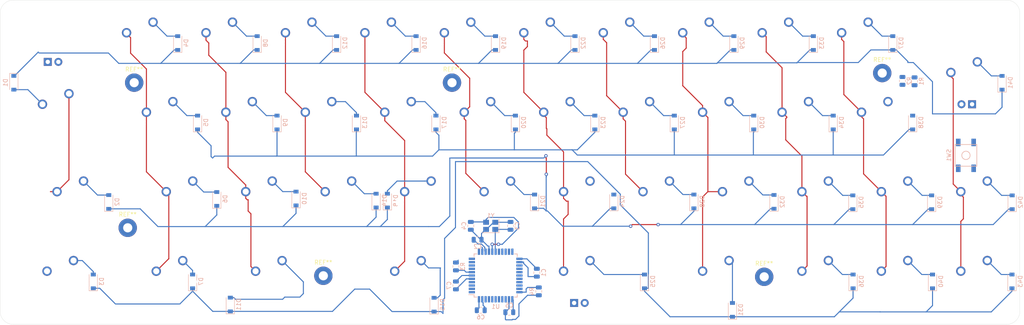
<source format=kicad_pcb>
(kicad_pcb (version 20171130) (host pcbnew "(5.1.4)-1")
  (layers (0 F.Cu signal) (31 B.Cu signal) (34 B.Paste user) (35 F.Paste user) (36 B.SilkS user) (37 F.SilkS user) (38 B.Mask user) (39 F.Mask user) (44 Edge.Cuts user))
  (net 0 "")
  (net 1 GND)
  (net 2 +5V)
  (net 3 "Net-(C3-Pad1)")
  (net 4 "Net-(C4-Pad1)")
  (net 5 "Net-(C7-Pad1)")
  (net 6 "Net-(D1-Pad2)")
  (net 7 Row0)
  (net 8 "Net-(D2-Pad2)")
  (net 9 Row2)
  (net 10 "Net-(D3-Pad2)")
  (net 11 Row3)
  (net 12 "Net-(D4-Pad2)")
  (net 13 "Net-(D5-Pad2)")
  (net 14 Row1)
  (net 15 "Net-(D6-Pad2)")
  (net 16 "Net-(D7-Pad2)")
  (net 17 "Net-(D8-Pad2)")
  (net 18 "Net-(D9-Pad2)")
  (net 19 "Net-(D10-Pad2)")
  (net 20 "Net-(D11-Pad2)")
  (net 21 "Net-(D12-Pad2)")
  (net 22 "Net-(D13-Pad2)")
  (net 23 "Net-(D14-Pad2)")
  (net 24 "Net-(D15-Pad2)")
  (net 25 "Net-(D16-Pad2)")
  (net 26 "Net-(D17-Pad2)")
  (net 27 "Net-(D18-Pad2)")
  (net 28 "Net-(D19-Pad2)")
  (net 29 "Net-(D20-Pad2)")
  (net 30 "Net-(D21-Pad2)")
  (net 31 "Net-(D22-Pad2)")
  (net 32 "Net-(D23-Pad2)")
  (net 33 "Net-(D24-Pad2)")
  (net 34 "Net-(D25-Pad2)")
  (net 35 "Net-(D26-Pad2)")
  (net 36 "Net-(D27-Pad2)")
  (net 37 "Net-(D28-Pad2)")
  (net 38 "Net-(D29-Pad2)")
  (net 39 "Net-(D30-Pad2)")
  (net 40 "Net-(D31-Pad2)")
  (net 41 "Net-(D32-Pad2)")
  (net 42 "Net-(D33-Pad2)")
  (net 43 "Net-(D34-Pad2)")
  (net 44 "Net-(D35-Pad2)")
  (net 45 "Net-(D36-Pad2)")
  (net 46 "Net-(D37-Pad2)")
  (net 47 "Net-(D38-Pad2)")
  (net 48 "Net-(D39-Pad2)")
  (net 49 "Net-(D40-Pad2)")
  (net 50 "Net-(D41-Pad2)")
  (net 51 "Net-(D42-Pad2)")
  (net 52 "Net-(D43-Pad2)")
  (net 53 Col0)
  (net 54 Col1)
  (net 55 Col2)
  (net 56 Col3)
  (net 57 Col4)
  (net 58 Col5)
  (net 59 Col6)
  (net 60 Col7)
  (net 61 Col8)
  (net 62 Col9)
  (net 63 Col10)
  (net 64 Col11)
  (net 65 "Net-(R1-Pad1)")
  (net 66 "Net-(R2-Pad1)")
  (net 67 "Net-(R3-Pad2)")
  (net 68 "Net-(R4-Pad1)")
  (module MX_Only:MXOnly-2U-FLIPPED-ReversedStabilizers (layer F.Cu) (at 138.89976 67.53432)
    (fp_text reference MX25)
    (fp_text value Bkspc)
    (pad "" np_thru_hole circle (at 11.938 -8.255) (size 3.9878 3.9878) (drill 3.9878) (layers *.Cu *.Mask))
    (pad "" np_thru_hole circle (at -11.938 -8.255) (size 3.9878 3.9878) (drill 3.9878) (layers *.Cu *.Mask))
    (pad "" np_thru_hole circle (at 11.938 6.985) (size 3.048 3.048) (drill 3.048) (layers *.Cu *.Mask))
    (pad "" np_thru_hole circle (at -11.938 6.985) (size 3.048 3.048) (drill 3.048) (layers *.Cu *.Mask))
    (pad "" np_thru_hole circle (at 5.08 0 48.0996) (size 1.75 1.75) (drill 1.75) (layers *.Cu *.Mask))
    (pad "" np_thru_hole circle (at -5.08 0 48.0996) (size 1.75 1.75) (drill 1.75) (layers *.Cu *.Mask))
    (pad 4 thru_hole rect (at -1.27 5.08) (size 1.905 1.905) (drill 1.04) (layers *.Cu B.Mask))
    (pad 3 thru_hole circle (at 1.27 5.08) (size 1.905 1.905) (drill 1.04) (layers *.Cu B.Mask))
    (pad 1 thru_hole circle (at -3.81 -2.54) (size 2.25 2.25) (drill 1.47) (layers *.Cu B.Mask) (net 59 Col6))
    (pad "" np_thru_hole circle (at 0 0) (size 3.9878 3.9878) (drill 3.9878) (layers *.Cu *.Mask))
    (pad 2 thru_hole circle (at 2.54 -5.08) (size 2.25 2.25) (drill 1.47) (layers *.Cu B.Mask) (net 34 "Net-(D25-Pad2)"))
  )
  (module MX_Only:MXOnly-2.25U-ReversedStabilizers-NoLED (layer F.Cu) (at 98.41724 67.54448)
    (fp_text reference MX15)
    (fp_text value Space)
    (pad 2 thru_hole circle (at 2.54 -5.08) (size 2.25 2.25) (drill 1.47) (layers *.Cu B.Mask) (net 24 "Net-(D15-Pad2)"))
    (pad "" np_thru_hole circle (at 0 0) (size 3.9878 3.9878) (drill 3.9878) (layers *.Cu *.Mask))
    (pad 1 thru_hole circle (at -3.81 -2.54) (size 2.25 2.25) (drill 1.47) (layers *.Cu B.Mask) (net 57 Col4))
    (pad "" np_thru_hole circle (at -5.08 0 48.0996) (size 1.75 1.75) (drill 1.75) (layers *.Cu *.Mask))
    (pad "" np_thru_hole circle (at 5.08 0 48.0996) (size 1.75 1.75) (drill 1.75) (layers *.Cu *.Mask))
    (pad "" np_thru_hole circle (at -11.90625 6.985) (size 3.048 3.048) (drill 3.048) (layers *.Cu *.Mask))
    (pad "" np_thru_hole circle (at 11.90625 6.985) (size 3.048 3.048) (drill 3.048) (layers *.Cu *.Mask))
    (pad "" np_thru_hole circle (at -11.90625 -8.255) (size 3.9878 3.9878) (drill 3.9878) (layers *.Cu *.Mask))
    (pad "" np_thru_hole circle (at 11.90625 -8.255) (size 3.9878 3.9878) (drill 3.9878) (layers *.Cu *.Mask))
  )
  (module MX_Only:MXOnly-1.25U-NoLED (layer F.Cu) (at 65.06704 67.54448)
    (fp_text reference MX11)
    (fp_text value Alt)
    (pad 2 thru_hole circle (at 2.54 -5.08) (size 2.25 2.25) (drill 1.47) (layers *.Cu B.Mask) (net 20 "Net-(D11-Pad2)"))
    (pad "" np_thru_hole circle (at 0 0) (size 3.9878 3.9878) (drill 3.9878) (layers *.Cu *.Mask))
    (pad 1 thru_hole circle (at -3.81 -2.54) (size 2.25 2.25) (drill 1.47) (layers *.Cu B.Mask) (net 55 Col2))
    (pad "" np_thru_hole circle (at -5.08 0 48.0996) (size 1.75 1.75) (drill 1.75) (layers *.Cu *.Mask))
    (pad "" np_thru_hole circle (at 5.08 0 48.0996) (size 1.75 1.75) (drill 1.75) (layers *.Cu *.Mask))
  )
  (module MX_Only:MXOnly-1.5U-NoLED (layer F.Cu) (at 15.05952 67.52924)
    (fp_text reference MX3)
    (fp_text value Ctrl)
    (pad 2 thru_hole circle (at 2.54 -5.08) (size 2.25 2.25) (drill 1.47) (layers *.Cu B.Mask) (net 10 "Net-(D3-Pad2)"))
    (pad "" np_thru_hole circle (at 0 0) (size 3.9878 3.9878) (drill 3.9878) (layers *.Cu *.Mask))
    (pad 1 thru_hole circle (at -3.81 -2.54) (size 2.25 2.25) (drill 1.47) (layers *.Cu B.Mask) (net 53 Col0))
    (pad "" np_thru_hole circle (at -5.08 0 48.0996) (size 1.75 1.75) (drill 1.75) (layers *.Cu *.Mask))
    (pad "" np_thru_hole circle (at 5.08 0 48.0996) (size 1.75 1.75) (drill 1.75) (layers *.Cu *.Mask))
  )
  (module MountingHole:MountingHole_2.2mm_M2_Pad (layer F.Cu) (at 183.2 66.35)
    (fp_text reference REF** (at 0 -3.2) (layer F.SilkS))
    (fp_text value MountingHole_2.2mm_M2_Pad)
    (pad 1 thru_hole circle (at 0 0) (size 4.4 4.4) (drill 2.2) (layers *.Cu *.Mask))
  )
  (module MountingHole:MountingHole_2.2mm_M2_Pad (layer F.Cu) (at 77.5 66.1)
    (fp_text reference REF** (at 0 -3.2) (layer F.SilkS))
    (fp_text value MountingHole_2.2mm_M2_Pad)
    (pad 1 thru_hole circle (at 0 0) (size 4.4 4.4) (drill 2.2) (layers *.Cu *.Mask))
  )
  (module MountingHole:MountingHole_2.2mm_M2_Pad (layer F.Cu) (at 30.6 54.6)
    (fp_text reference REF** (at 0 -3.2) (layer F.SilkS))
    (fp_text value MountingHole_2.2mm_M2_Pad)
    (pad 1 thru_hole circle (at 0 0) (size 4.4 4.4) (drill 2.2) (layers *.Cu *.Mask))
  )
  (module MountingHole:MountingHole_2.2mm_M2_Pad (layer F.Cu) (at 211.5 17.5)
    (fp_text reference REF** (at 0 -3.2) (layer F.SilkS))
    (fp_text value MountingHole_2.2mm_M2_Pad)
    (pad 1 thru_hole circle (at 0 0) (size 4.4 4.4) (drill 2.2) (layers *.Cu *.Mask))
  )
  (module MountingHole:MountingHole_2.2mm_M2_Pad (layer F.Cu) (at 108.35 19.8)
    (fp_text reference REF** (at 0 -3.2) (layer F.SilkS))
    (fp_text value MountingHole_2.2mm_M2_Pad)
    (pad 1 thru_hole circle (at 0 0) (size 4.4 4.4) (drill 2.2) (layers *.Cu *.Mask))
  )
  (module MountingHole:MountingHole_2.2mm_M2_Pad (layer F.Cu) (at 32.15 19.8)
    (fp_text reference REF** (at 0 -3.2) (layer F.SilkS))
    (fp_text value MountingHole_2.2mm_M2_Pad)
    (pad 1 thru_hole circle (at 0 0) (size 4.4 4.4) (drill 2.2) (layers *.Cu *.Mask))
  )
  (module Package_QFP:TQFP-44_10x10mm_P0.8mm (layer B.Cu) (at 118.81136 66.03323)
    (fp_text reference U1 (at 0 7.45) (layer B.SilkS) (effects (justify mirror)))
    (fp_text value ATmega32U4-AU)
    (pad 44 smd rect (at -4 5.7 270) (size 1.5 0.55) (layers B.Cu B.Paste B.Mask) (net 2 +5V))
    (pad 43 smd rect (at -3.2 5.7 270) (size 1.5 0.55) (layers B.Cu B.Paste B.Mask) (net 1 GND))
    (pad 42 smd rect (at -2.4 5.7 270) (size 1.5 0.55) (layers B.Cu B.Paste B.Mask))
    (pad 41 smd rect (at -1.6 5.7 270) (size 1.5 0.55) (layers B.Cu B.Paste B.Mask))
    (pad 40 smd rect (at -0.8 5.7 270) (size 1.5 0.55) (layers B.Cu B.Paste B.Mask))
    (pad 39 smd rect (at 0 5.7 270) (size 1.5 0.55) (layers B.Cu B.Paste B.Mask))
    (pad 38 smd rect (at 0.8 5.7 270) (size 1.5 0.55) (layers B.Cu B.Paste B.Mask))
    (pad 37 smd rect (at 1.6 5.7 270) (size 1.5 0.55) (layers B.Cu B.Paste B.Mask))
    (pad 36 smd rect (at 2.4 5.7 270) (size 1.5 0.55) (layers B.Cu B.Paste B.Mask))
    (pad 35 smd rect (at 3.2 5.7 270) (size 1.5 0.55) (layers B.Cu B.Paste B.Mask) (net 1 GND))
    (pad 34 smd rect (at 4 5.7 270) (size 1.5 0.55) (layers B.Cu B.Paste B.Mask) (net 2 +5V))
    (pad 33 smd rect (at 5.7 4) (size 1.5 0.55) (layers B.Cu B.Paste B.Mask) (net 68 "Net-(R4-Pad1)"))
    (pad 32 smd rect (at 5.7 3.2) (size 1.5 0.55) (layers B.Cu B.Paste B.Mask))
    (pad 31 smd rect (at 5.7 2.4) (size 1.5 0.55) (layers B.Cu B.Paste B.Mask))
    (pad 30 smd rect (at 5.7 1.6) (size 1.5 0.55) (layers B.Cu B.Paste B.Mask))
    (pad 29 smd rect (at 5.7 0.8) (size 1.5 0.55) (layers B.Cu B.Paste B.Mask))
    (pad 28 smd rect (at 5.7 0) (size 1.5 0.55) (layers B.Cu B.Paste B.Mask))
    (pad 27 smd rect (at 5.7 -0.8) (size 1.5 0.55) (layers B.Cu B.Paste B.Mask))
    (pad 26 smd rect (at 5.7 -1.6) (size 1.5 0.55) (layers B.Cu B.Paste B.Mask))
    (pad 25 smd rect (at 5.7 -2.4) (size 1.5 0.55) (layers B.Cu B.Paste B.Mask))
    (pad 24 smd rect (at 5.7 -3.2) (size 1.5 0.55) (layers B.Cu B.Paste B.Mask) (net 2 +5V))
    (pad 23 smd rect (at 5.7 -4) (size 1.5 0.55) (layers B.Cu B.Paste B.Mask) (net 1 GND))
    (pad 22 smd rect (at 4 -5.7 270) (size 1.5 0.55) (layers B.Cu B.Paste B.Mask))
    (pad 21 smd rect (at 3.2 -5.7 270) (size 1.5 0.55) (layers B.Cu B.Paste B.Mask))
    (pad 20 smd rect (at 2.4 -5.7 270) (size 1.5 0.55) (layers B.Cu B.Paste B.Mask))
    (pad 19 smd rect (at 1.6 -5.7 270) (size 1.5 0.55) (layers B.Cu B.Paste B.Mask))
    (pad 18 smd rect (at 0.8 -5.7 270) (size 1.5 0.55) (layers B.Cu B.Paste B.Mask))
    (pad 17 smd rect (at 0 -5.7 270) (size 1.5 0.55) (layers B.Cu B.Paste B.Mask) (net 3 "Net-(C3-Pad1)"))
    (pad 16 smd rect (at -0.8 -5.7 270) (size 1.5 0.55) (layers B.Cu B.Paste B.Mask) (net 4 "Net-(C4-Pad1)"))
    (pad 15 smd rect (at -1.6 -5.7 270) (size 1.5 0.55) (layers B.Cu B.Paste B.Mask) (net 1 GND))
    (pad 14 smd rect (at -2.4 -5.7 270) (size 1.5 0.55) (layers B.Cu B.Paste B.Mask) (net 2 +5V))
    (pad 13 smd rect (at -3.2 -5.7 270) (size 1.5 0.55) (layers B.Cu B.Paste B.Mask) (net 67 "Net-(R3-Pad2)"))
    (pad 12 smd rect (at -4 -5.7 270) (size 1.5 0.55) (layers B.Cu B.Paste B.Mask))
    (pad 11 smd rect (at -5.7 -4) (size 1.5 0.55) (layers B.Cu B.Paste B.Mask))
    (pad 10 smd rect (at -5.7 -3.2) (size 1.5 0.55) (layers B.Cu B.Paste B.Mask))
    (pad 9 smd rect (at -5.7 -2.4) (size 1.5 0.55) (layers B.Cu B.Paste B.Mask))
    (pad 8 smd rect (at -5.7 -1.6) (size 1.5 0.55) (layers B.Cu B.Paste B.Mask))
    (pad 7 smd rect (at -5.7 -0.8) (size 1.5 0.55) (layers B.Cu B.Paste B.Mask) (net 2 +5V))
    (pad 6 smd rect (at -5.7 0) (size 1.5 0.55) (layers B.Cu B.Paste B.Mask) (net 5 "Net-(C7-Pad1)"))
    (pad 5 smd rect (at -5.7 0.8) (size 1.5 0.55) (layers B.Cu B.Paste B.Mask) (net 1 GND))
    (pad 4 smd rect (at -5.7 1.6) (size 1.5 0.55) (layers B.Cu B.Paste B.Mask) (net 65 "Net-(R1-Pad1)"))
    (pad 3 smd rect (at -5.7 2.4) (size 1.5 0.55) (layers B.Cu B.Paste B.Mask) (net 66 "Net-(R2-Pad1)"))
    (pad 2 smd rect (at -5.7 3.2) (size 1.5 0.55) (layers B.Cu B.Paste B.Mask) (net 2 +5V))
    (pad 1 smd rect (at -5.7 4) (size 1.5 0.55) (layers B.Cu B.Paste B.Mask))
  )
  (module MX_Only:MXOnly-1U-NoLED (layer F.Cu) (at 234.153125 48.471875)
    (fp_text reference MX42)
    (fp_text value Shift)
    (pad 2 thru_hole circle (at 2.54 -5.08) (size 2.25 2.25) (drill 1.47) (layers *.Cu B.Mask) (net 51 "Net-(D42-Pad2)"))
    (pad "" np_thru_hole circle (at 0 0) (size 3.9878 3.9878) (drill 3.9878) (layers *.Cu *.Mask))
    (pad 1 thru_hole circle (at -3.81 -2.54) (size 2.25 2.25) (drill 1.47) (layers *.Cu B.Mask) (net 64 Col11))
    (pad "" np_thru_hole circle (at -5.08 0 48.0996) (size 1.75 1.75) (drill 1.75) (layers *.Cu *.Mask))
    (pad "" np_thru_hole circle (at 5.08 0 48.0996) (size 1.75 1.75) (drill 1.75) (layers *.Cu *.Mask))
  )
  (module MX_Only:MXOnly-1.5U-NoLED (layer F.Cu) (at 172.240625 67.521875)
    (fp_text reference MX31)
    (fp_text value /)
    (pad 2 thru_hole circle (at 2.54 -5.08) (size 2.25 2.25) (drill 1.47) (layers *.Cu B.Mask) (net 40 "Net-(D31-Pad2)"))
    (pad "" np_thru_hole circle (at 0 0) (size 3.9878 3.9878) (drill 3.9878) (layers *.Cu *.Mask))
    (pad 1 thru_hole circle (at -3.81 -2.54) (size 2.25 2.25) (drill 1.47) (layers *.Cu B.Mask) (net 61 Col8))
    (pad "" np_thru_hole circle (at -5.08 0 48.0996) (size 1.75 1.75) (drill 1.75) (layers *.Cu *.Mask))
    (pad "" np_thru_hole circle (at 5.08 0 48.0996) (size 1.75 1.75) (drill 1.75) (layers *.Cu *.Mask))
  )
  (module MX_Only:MXOnly-1.75U-NoLED (layer F.Cu) (at 17.459375 48.471875)
    (fp_text reference MX2)
    (fp_text value Shift)
    (pad 2 thru_hole circle (at 2.54 -5.08) (size 2.25 2.25) (drill 1.47) (layers *.Cu B.Mask) (net 8 "Net-(D2-Pad2)"))
    (pad "" np_thru_hole circle (at 0 0) (size 3.9878 3.9878) (drill 3.9878) (layers *.Cu *.Mask))
    (pad 1 thru_hole circle (at -3.81 -2.54) (size 2.25 2.25) (drill 1.47) (layers *.Cu B.Mask) (net 53 Col0))
    (pad "" np_thru_hole circle (at -5.08 0 48.0996) (size 1.75 1.75) (drill 1.75) (layers *.Cu *.Mask))
    (pad "" np_thru_hole circle (at 5.08 0 48.0996) (size 1.75 1.75) (drill 1.75) (layers *.Cu *.Mask))
  )
  (module Capacitor_SMD:C_0805_2012Metric (layer B.Cu) (at 109.28636 68.41448 270)
    (fp_text reference C7 (at 0 1.65 90) (layer B.SilkS) (effects (justify mirror)))
    (fp_text value 1uF)
    (pad 2 smd roundrect (at 0.9375 0 270) (size 0.975 1.4) (layers B.Cu B.Paste B.Mask) (net 1 GND))
    (pad 1 smd roundrect (at -0.9375 0 270) (size 0.975 1.4) (layers B.Cu B.Paste B.Mask) (net 5 "Net-(C7-Pad1)"))
  )
  (module MX_Only:MXOnly-ISO-ReversedStabilizers (layer F.Cu) (at 231.771875 19.896875)
    (fp_text reference MX41)
    (fp_text value Ent)
    (pad "" np_thru_hole circle (at -8.255 -11.938) (size 3.9878 3.9878) (drill 3.9878) (layers *.Cu *.Mask))
    (pad "" np_thru_hole circle (at -8.255 11.938) (size 3.9878 3.9878) (drill 3.9878) (layers *.Cu *.Mask))
    (pad "" np_thru_hole circle (at 6.985 -11.938) (size 3.048 3.048) (drill 3.048) (layers *.Cu *.Mask))
    (pad "" np_thru_hole circle (at 6.985 11.938) (size 3.048 3.048) (drill 3.048) (layers *.Cu *.Mask))
    (pad "" np_thru_hole circle (at 5.08 0 48.0996) (size 1.75 1.75) (drill 1.75) (layers *.Cu *.Mask))
    (pad "" np_thru_hole circle (at -5.08 0 48.0996) (size 1.75 1.75) (drill 1.75) (layers *.Cu *.Mask))
    (pad 4 thru_hole rect (at 1.27 5.08) (size 1.905 1.905) (drill 1.04) (layers *.Cu B.Mask))
    (pad 3 thru_hole circle (at -1.27 5.08) (size 1.905 1.905) (drill 1.04) (layers *.Cu B.Mask))
    (pad 1 thru_hole circle (at -3.81 -2.54) (size 2.25 2.25) (drill 1.47) (layers *.Cu B.Mask) (net 64 Col11))
    (pad "" np_thru_hole circle (at 0 0) (size 3.9878 3.9878) (drill 3.9878) (layers *.Cu *.Mask))
    (pad 2 thru_hole circle (at 2.54 -5.08) (size 2.25 2.25) (drill 1.47) (layers *.Cu B.Mask) (net 50 "Net-(D41-Pad2)"))
  )
  (module Crystal:Crystal_SMD_3225-4Pin_3.2x2.5mm (layer B.Cu) (at 117.620735 54.12698 180)
    (fp_text reference Y1 (at 0 2.45) (layer B.SilkS) (effects (justify mirror)))
    (fp_text value 16MHz)
    (pad 4 smd rect (at -1.1 0.85 180) (size 1.4 1.2) (layers B.Cu B.Paste B.Mask) (net 1 GND))
    (pad 3 smd rect (at 1.1 0.85 180) (size 1.4 1.2) (layers B.Cu B.Paste B.Mask) (net 4 "Net-(C4-Pad1)"))
    (pad 2 smd rect (at 1.1 -0.85 180) (size 1.4 1.2) (layers B.Cu B.Paste B.Mask) (net 1 GND))
    (pad 1 smd rect (at -1.1 -0.85 180) (size 1.4 1.2) (layers B.Cu B.Paste B.Mask) (net 3 "Net-(C3-Pad1)"))
  )
  (module random-keyboard-parts:SKQG-1155865 (layer B.Cu) (at 231.5742 37.23212 90)
    (fp_text reference SW1 (at 0 -4.064 90) (layer B.SilkS) (effects (justify mirror)))
    (fp_text value SW_Push)
    (pad 4 smd rect (at -3.1 -1.85 90) (size 1.8 1.1) (layers B.Cu B.Paste B.Mask))
    (pad 3 smd rect (at 3.1 1.85 90) (size 1.8 1.1) (layers B.Cu B.Paste B.Mask))
    (pad 2 smd rect (at -3.1 1.85 90) (size 1.8 1.1) (layers B.Cu B.Paste B.Mask) (net 67 "Net-(R3-Pad2)"))
    (pad 1 smd rect (at 3.1 -1.85 90) (size 1.8 1.1) (layers B.Cu B.Paste B.Mask) (net 1 GND))
  )
  (module Resistor_SMD:R_0805_2012Metric (layer B.Cu) (at 129.1614 69.83556 270)
    (fp_text reference R4 (at 0 1.65 90) (layer B.SilkS) (effects (justify mirror)))
    (fp_text value 10k)
    (pad 2 smd roundrect (at 0.9375 0 270) (size 0.975 1.4) (layers B.Cu B.Paste B.Mask) (net 1 GND))
    (pad 1 smd roundrect (at -0.9375 0 270) (size 0.975 1.4) (layers B.Cu B.Paste B.Mask) (net 68 "Net-(R4-Pad1)"))
  )
  (module Resistor_SMD:R_0805_2012Metric (layer B.Cu) (at 109.28636 63.85948 90)
    (fp_text reference R3 (at 0 1.65 90) (layer B.SilkS) (effects (justify mirror)))
    (fp_text value 10k)
    (pad 2 smd roundrect (at 0.9375 0 90) (size 0.975 1.4) (layers B.Cu B.Paste B.Mask) (net 67 "Net-(R3-Pad2)"))
    (pad 1 smd roundrect (at -0.9375 0 90) (size 0.975 1.4) (layers B.Cu B.Paste B.Mask) (net 2 +5V))
  )
  (module Resistor_SMD:R_0805_2012Metric (layer B.Cu) (at 216.35 19.375 90)
    (fp_text reference R2 (at 0 1.65 90) (layer B.SilkS) (effects (justify mirror)))
    (fp_text value 22)
    (pad 2 smd roundrect (at 0.9375 0 90) (size 0.975 1.4) (layers B.Cu B.Paste B.Mask))
    (pad 1 smd roundrect (at -0.9375 0 90) (size 0.975 1.4) (layers B.Cu B.Paste B.Mask) (net 66 "Net-(R2-Pad1)"))
  )
  (module Resistor_SMD:R_0805_2012Metric (layer B.Cu) (at 219.25 19.475 90)
    (fp_text reference R1 (at 0 1.65 90) (layer B.SilkS) (effects (justify mirror)))
    (fp_text value 22)
    (pad 2 smd roundrect (at 0.9375 0 90) (size 0.975 1.4) (layers B.Cu B.Paste B.Mask))
    (pad 1 smd roundrect (at -0.9375 0 90) (size 0.975 1.4) (layers B.Cu B.Paste B.Mask) (net 65 "Net-(R1-Pad1)"))
  )
  (module MX_Only:MXOnly-1U-NoLED (layer F.Cu) (at 234.153125 67.521875)
    (fp_text reference MX43)
    (fp_text value Right)
    (pad 2 thru_hole circle (at 2.54 -5.08) (size 2.25 2.25) (drill 1.47) (layers *.Cu B.Mask) (net 52 "Net-(D43-Pad2)"))
    (pad "" np_thru_hole circle (at 0 0) (size 3.9878 3.9878) (drill 3.9878) (layers *.Cu *.Mask))
    (pad 1 thru_hole circle (at -3.81 -2.54) (size 2.25 2.25) (drill 1.47) (layers *.Cu B.Mask) (net 64 Col11))
    (pad "" np_thru_hole circle (at -5.08 0 48.0996) (size 1.75 1.75) (drill 1.75) (layers *.Cu *.Mask))
    (pad "" np_thru_hole circle (at 5.08 0 48.0996) (size 1.75 1.75) (drill 1.75) (layers *.Cu *.Mask))
  )
  (module MX_Only:MXOnly-1U-NoLED (layer F.Cu) (at 215.103125 67.521875)
    (fp_text reference MX40)
    (fp_text value Down)
    (pad 2 thru_hole circle (at 2.54 -5.08) (size 2.25 2.25) (drill 1.47) (layers *.Cu B.Mask) (net 49 "Net-(D40-Pad2)"))
    (pad "" np_thru_hole circle (at 0 0) (size 3.9878 3.9878) (drill 3.9878) (layers *.Cu *.Mask))
    (pad 1 thru_hole circle (at -3.81 -2.54) (size 2.25 2.25) (drill 1.47) (layers *.Cu B.Mask) (net 63 Col10))
    (pad "" np_thru_hole circle (at -5.08 0 48.0996) (size 1.75 1.75) (drill 1.75) (layers *.Cu *.Mask))
    (pad "" np_thru_hole circle (at 5.08 0 48.0996) (size 1.75 1.75) (drill 1.75) (layers *.Cu *.Mask))
  )
  (module MX_Only:MXOnly-1U-NoLED (layer F.Cu) (at 196.053125 48.471875)
    (fp_text reference MX35)
    (fp_text value >)
    (pad 2 thru_hole circle (at 2.54 -5.08) (size 2.25 2.25) (drill 1.47) (layers *.Cu B.Mask) (net 44 "Net-(D35-Pad2)"))
    (pad "" np_thru_hole circle (at 0 0) (size 3.9878 3.9878) (drill 3.9878) (layers *.Cu *.Mask))
    (pad 1 thru_hole circle (at -3.81 -2.54) (size 2.25 2.25) (drill 1.47) (layers *.Cu B.Mask) (net 62 Col9))
    (pad "" np_thru_hole circle (at -5.08 0 48.0996) (size 1.75 1.75) (drill 1.75) (layers *.Cu *.Mask))
    (pad "" np_thru_hole circle (at 5.08 0 48.0996) (size 1.75 1.75) (drill 1.75) (layers *.Cu *.Mask))
  )
  (module MX_Only:MXOnly-1U-NoLED (layer F.Cu) (at 210.340625 29.421875)
    (fp_text reference MX38)
    (fp_text value ;)
    (pad 2 thru_hole circle (at 2.54 -5.08) (size 2.25 2.25) (drill 1.47) (layers *.Cu B.Mask) (net 47 "Net-(D38-Pad2)"))
    (pad "" np_thru_hole circle (at 0 0) (size 3.9878 3.9878) (drill 3.9878) (layers *.Cu *.Mask))
    (pad 1 thru_hole circle (at -3.81 -2.54) (size 2.25 2.25) (drill 1.47) (layers *.Cu B.Mask) (net 63 Col10))
    (pad "" np_thru_hole circle (at -5.08 0 48.0996) (size 1.75 1.75) (drill 1.75) (layers *.Cu *.Mask))
    (pad "" np_thru_hole circle (at 5.08 0 48.0996) (size 1.75 1.75) (drill 1.75) (layers *.Cu *.Mask))
  )
  (module MX_Only:MXOnly-1U-NoLED (layer F.Cu) (at 205.578125 10.371875)
    (fp_text reference MX37)
    (fp_text value P)
    (pad 2 thru_hole circle (at 2.54 -5.08) (size 2.25 2.25) (drill 1.47) (layers *.Cu B.Mask) (net 46 "Net-(D37-Pad2)"))
    (pad "" np_thru_hole circle (at 0 0) (size 3.9878 3.9878) (drill 3.9878) (layers *.Cu *.Mask))
    (pad 1 thru_hole circle (at -3.81 -2.54) (size 2.25 2.25) (drill 1.47) (layers *.Cu B.Mask) (net 63 Col10))
    (pad "" np_thru_hole circle (at -5.08 0 48.0996) (size 1.75 1.75) (drill 1.75) (layers *.Cu *.Mask))
    (pad "" np_thru_hole circle (at 5.08 0 48.0996) (size 1.75 1.75) (drill 1.75) (layers *.Cu *.Mask))
  )
  (module MX_Only:MXOnly-1U-NoLED (layer F.Cu) (at 196.053125 67.521875)
    (fp_text reference MX36)
    (fp_text value Left)
    (pad 2 thru_hole circle (at 2.54 -5.08) (size 2.25 2.25) (drill 1.47) (layers *.Cu B.Mask) (net 45 "Net-(D36-Pad2)"))
    (pad "" np_thru_hole circle (at 0 0) (size 3.9878 3.9878) (drill 3.9878) (layers *.Cu *.Mask))
    (pad 1 thru_hole circle (at -3.81 -2.54) (size 2.25 2.25) (drill 1.47) (layers *.Cu B.Mask) (net 62 Col9))
    (pad "" np_thru_hole circle (at -5.08 0 48.0996) (size 1.75 1.75) (drill 1.75) (layers *.Cu *.Mask))
    (pad "" np_thru_hole circle (at 5.08 0 48.0996) (size 1.75 1.75) (drill 1.75) (layers *.Cu *.Mask))
  )
  (module MX_Only:MXOnly-1U-NoLED (layer F.Cu) (at 177.003125 48.471875)
    (fp_text reference MX32)
    (fp_text value <)
    (pad 2 thru_hole circle (at 2.54 -5.08) (size 2.25 2.25) (drill 1.47) (layers *.Cu B.Mask) (net 41 "Net-(D32-Pad2)"))
    (pad "" np_thru_hole circle (at 0 0) (size 3.9878 3.9878) (drill 3.9878) (layers *.Cu *.Mask))
    (pad 1 thru_hole circle (at -3.81 -2.54) (size 2.25 2.25) (drill 1.47) (layers *.Cu B.Mask) (net 61 Col8))
    (pad "" np_thru_hole circle (at -5.08 0 48.0996) (size 1.75 1.75) (drill 1.75) (layers *.Cu *.Mask))
    (pad "" np_thru_hole circle (at 5.08 0 48.0996) (size 1.75 1.75) (drill 1.75) (layers *.Cu *.Mask))
  )
  (module MX_Only:MXOnly-1U-NoLED (layer F.Cu) (at 191.290625 29.421875)
    (fp_text reference MX34)
    (fp_text value L)
    (pad 2 thru_hole circle (at 2.54 -5.08) (size 2.25 2.25) (drill 1.47) (layers *.Cu B.Mask) (net 43 "Net-(D34-Pad2)"))
    (pad "" np_thru_hole circle (at 0 0) (size 3.9878 3.9878) (drill 3.9878) (layers *.Cu *.Mask))
    (pad 1 thru_hole circle (at -3.81 -2.54) (size 2.25 2.25) (drill 1.47) (layers *.Cu B.Mask) (net 62 Col9))
    (pad "" np_thru_hole circle (at -5.08 0 48.0996) (size 1.75 1.75) (drill 1.75) (layers *.Cu *.Mask))
    (pad "" np_thru_hole circle (at 5.08 0 48.0996) (size 1.75 1.75) (drill 1.75) (layers *.Cu *.Mask))
  )
  (module MX_Only:MXOnly-1U-NoLED (layer F.Cu) (at 186.528125 10.371875)
    (fp_text reference MX33)
    (fp_text value O)
    (pad 2 thru_hole circle (at 2.54 -5.08) (size 2.25 2.25) (drill 1.47) (layers *.Cu B.Mask) (net 42 "Net-(D33-Pad2)"))
    (pad "" np_thru_hole circle (at 0 0) (size 3.9878 3.9878) (drill 3.9878) (layers *.Cu *.Mask))
    (pad 1 thru_hole circle (at -3.81 -2.54) (size 2.25 2.25) (drill 1.47) (layers *.Cu B.Mask) (net 62 Col9))
    (pad "" np_thru_hole circle (at -5.08 0 48.0996) (size 1.75 1.75) (drill 1.75) (layers *.Cu *.Mask))
    (pad "" np_thru_hole circle (at 5.08 0 48.0996) (size 1.75 1.75) (drill 1.75) (layers *.Cu *.Mask))
  )
  (module MX_Only:MXOnly-1U-NoLED (layer F.Cu) (at 157.953125 48.471875)
    (fp_text reference MX28)
    (fp_text value M)
    (pad 2 thru_hole circle (at 2.54 -5.08) (size 2.25 2.25) (drill 1.47) (layers *.Cu B.Mask) (net 37 "Net-(D28-Pad2)"))
    (pad "" np_thru_hole circle (at 0 0) (size 3.9878 3.9878) (drill 3.9878) (layers *.Cu *.Mask))
    (pad 1 thru_hole circle (at -3.81 -2.54) (size 2.25 2.25) (drill 1.47) (layers *.Cu B.Mask) (net 60 Col7))
    (pad "" np_thru_hole circle (at -5.08 0 48.0996) (size 1.75 1.75) (drill 1.75) (layers *.Cu *.Mask))
    (pad "" np_thru_hole circle (at 5.08 0 48.0996) (size 1.75 1.75) (drill 1.75) (layers *.Cu *.Mask))
  )
  (module MX_Only:MXOnly-1U-NoLED (layer F.Cu) (at 172.240625 29.421875)
    (fp_text reference MX30)
    (fp_text value K)
    (pad 2 thru_hole circle (at 2.54 -5.08) (size 2.25 2.25) (drill 1.47) (layers *.Cu B.Mask) (net 39 "Net-(D30-Pad2)"))
    (pad "" np_thru_hole circle (at 0 0) (size 3.9878 3.9878) (drill 3.9878) (layers *.Cu *.Mask))
    (pad 1 thru_hole circle (at -3.81 -2.54) (size 2.25 2.25) (drill 1.47) (layers *.Cu B.Mask) (net 61 Col8))
    (pad "" np_thru_hole circle (at -5.08 0 48.0996) (size 1.75 1.75) (drill 1.75) (layers *.Cu *.Mask))
    (pad "" np_thru_hole circle (at 5.08 0 48.0996) (size 1.75 1.75) (drill 1.75) (layers *.Cu *.Mask))
  )
  (module MX_Only:MXOnly-1U-NoLED (layer F.Cu) (at 167.478125 10.371875)
    (fp_text reference MX29)
    (fp_text value I)
    (pad 2 thru_hole circle (at 2.54 -5.08) (size 2.25 2.25) (drill 1.47) (layers *.Cu B.Mask) (net 38 "Net-(D29-Pad2)"))
    (pad "" np_thru_hole circle (at 0 0) (size 3.9878 3.9878) (drill 3.9878) (layers *.Cu *.Mask))
    (pad 1 thru_hole circle (at -3.81 -2.54) (size 2.25 2.25) (drill 1.47) (layers *.Cu B.Mask) (net 61 Col8))
    (pad "" np_thru_hole circle (at -5.08 0 48.0996) (size 1.75 1.75) (drill 1.75) (layers *.Cu *.Mask))
    (pad "" np_thru_hole circle (at 5.08 0 48.0996) (size 1.75 1.75) (drill 1.75) (layers *.Cu *.Mask))
  )
  (module MX_Only:MXOnly-1U-NoLED (layer F.Cu) (at 138.903125 48.471875)
    (fp_text reference MX24)
    (fp_text value N)
    (pad 2 thru_hole circle (at 2.54 -5.08) (size 2.25 2.25) (drill 1.47) (layers *.Cu B.Mask) (net 33 "Net-(D24-Pad2)"))
    (pad "" np_thru_hole circle (at 0 0) (size 3.9878 3.9878) (drill 3.9878) (layers *.Cu *.Mask))
    (pad 1 thru_hole circle (at -3.81 -2.54) (size 2.25 2.25) (drill 1.47) (layers *.Cu B.Mask) (net 59 Col6))
    (pad "" np_thru_hole circle (at -5.08 0 48.0996) (size 1.75 1.75) (drill 1.75) (layers *.Cu *.Mask))
    (pad "" np_thru_hole circle (at 5.08 0 48.0996) (size 1.75 1.75) (drill 1.75) (layers *.Cu *.Mask))
  )
  (module MX_Only:MXOnly-1U-NoLED (layer F.Cu) (at 153.190625 29.421875)
    (fp_text reference MX27)
    (fp_text value J)
    (pad 2 thru_hole circle (at 2.54 -5.08) (size 2.25 2.25) (drill 1.47) (layers *.Cu B.Mask) (net 36 "Net-(D27-Pad2)"))
    (pad "" np_thru_hole circle (at 0 0) (size 3.9878 3.9878) (drill 3.9878) (layers *.Cu *.Mask))
    (pad 1 thru_hole circle (at -3.81 -2.54) (size 2.25 2.25) (drill 1.47) (layers *.Cu B.Mask) (net 60 Col7))
    (pad "" np_thru_hole circle (at -5.08 0 48.0996) (size 1.75 1.75) (drill 1.75) (layers *.Cu *.Mask))
    (pad "" np_thru_hole circle (at 5.08 0 48.0996) (size 1.75 1.75) (drill 1.75) (layers *.Cu *.Mask))
  )
  (module MX_Only:MXOnly-1U-NoLED (layer F.Cu) (at 148.428125 10.371875)
    (fp_text reference MX26)
    (fp_text value U)
    (pad 2 thru_hole circle (at 2.54 -5.08) (size 2.25 2.25) (drill 1.47) (layers *.Cu B.Mask) (net 35 "Net-(D26-Pad2)"))
    (pad "" np_thru_hole circle (at 0 0) (size 3.9878 3.9878) (drill 3.9878) (layers *.Cu *.Mask))
    (pad 1 thru_hole circle (at -3.81 -2.54) (size 2.25 2.25) (drill 1.47) (layers *.Cu B.Mask) (net 60 Col7))
    (pad "" np_thru_hole circle (at -5.08 0 48.0996) (size 1.75 1.75) (drill 1.75) (layers *.Cu *.Mask))
    (pad "" np_thru_hole circle (at 5.08 0 48.0996) (size 1.75 1.75) (drill 1.75) (layers *.Cu *.Mask))
  )
  (module MX_Only:MXOnly-1U-NoLED (layer F.Cu) (at 119.853125 48.471875)
    (fp_text reference MX21)
    (fp_text value B)
    (pad 2 thru_hole circle (at 2.54 -5.08) (size 2.25 2.25) (drill 1.47) (layers *.Cu B.Mask) (net 30 "Net-(D21-Pad2)"))
    (pad "" np_thru_hole circle (at 0 0) (size 3.9878 3.9878) (drill 3.9878) (layers *.Cu *.Mask))
    (pad 1 thru_hole circle (at -3.81 -2.54) (size 2.25 2.25) (drill 1.47) (layers *.Cu B.Mask) (net 58 Col5))
    (pad "" np_thru_hole circle (at -5.08 0 48.0996) (size 1.75 1.75) (drill 1.75) (layers *.Cu *.Mask))
    (pad "" np_thru_hole circle (at 5.08 0 48.0996) (size 1.75 1.75) (drill 1.75) (layers *.Cu *.Mask))
  )
  (module MX_Only:MXOnly-1U-NoLED (layer F.Cu) (at 134.140625 29.421875)
    (fp_text reference MX23)
    (fp_text value H)
    (pad 2 thru_hole circle (at 2.54 -5.08) (size 2.25 2.25) (drill 1.47) (layers *.Cu B.Mask) (net 32 "Net-(D23-Pad2)"))
    (pad "" np_thru_hole circle (at 0 0) (size 3.9878 3.9878) (drill 3.9878) (layers *.Cu *.Mask))
    (pad 1 thru_hole circle (at -3.81 -2.54) (size 2.25 2.25) (drill 1.47) (layers *.Cu B.Mask) (net 59 Col6))
    (pad "" np_thru_hole circle (at -5.08 0 48.0996) (size 1.75 1.75) (drill 1.75) (layers *.Cu *.Mask))
    (pad "" np_thru_hole circle (at 5.08 0 48.0996) (size 1.75 1.75) (drill 1.75) (layers *.Cu *.Mask))
  )
  (module MX_Only:MXOnly-1U-NoLED (layer F.Cu) (at 129.378125 10.371875)
    (fp_text reference MX22)
    (fp_text value Y)
    (pad 2 thru_hole circle (at 2.54 -5.08) (size 2.25 2.25) (drill 1.47) (layers *.Cu B.Mask) (net 31 "Net-(D22-Pad2)"))
    (pad "" np_thru_hole circle (at 0 0) (size 3.9878 3.9878) (drill 3.9878) (layers *.Cu *.Mask))
    (pad 1 thru_hole circle (at -3.81 -2.54) (size 2.25 2.25) (drill 1.47) (layers *.Cu B.Mask) (net 59 Col6))
    (pad "" np_thru_hole circle (at -5.08 0 48.0996) (size 1.75 1.75) (drill 1.75) (layers *.Cu *.Mask))
    (pad "" np_thru_hole circle (at 5.08 0 48.0996) (size 1.75 1.75) (drill 1.75) (layers *.Cu *.Mask))
  )
  (module MX_Only:MXOnly-1U-NoLED (layer F.Cu) (at 100.803125 48.471875)
    (fp_text reference MX18)
    (fp_text value V)
    (pad 2 thru_hole circle (at 2.54 -5.08) (size 2.25 2.25) (drill 1.47) (layers *.Cu B.Mask) (net 27 "Net-(D18-Pad2)"))
    (pad "" np_thru_hole circle (at 0 0) (size 3.9878 3.9878) (drill 3.9878) (layers *.Cu *.Mask))
    (pad 1 thru_hole circle (at -3.81 -2.54) (size 2.25 2.25) (drill 1.47) (layers *.Cu B.Mask) (net 57 Col4))
    (pad "" np_thru_hole circle (at -5.08 0 48.0996) (size 1.75 1.75) (drill 1.75) (layers *.Cu *.Mask))
    (pad "" np_thru_hole circle (at 5.08 0 48.0996) (size 1.75 1.75) (drill 1.75) (layers *.Cu *.Mask))
  )
  (module MX_Only:MXOnly-1U-NoLED (layer F.Cu) (at 115.090625 29.421875)
    (fp_text reference MX20)
    (fp_text value G)
    (pad 2 thru_hole circle (at 2.54 -5.08) (size 2.25 2.25) (drill 1.47) (layers *.Cu B.Mask) (net 29 "Net-(D20-Pad2)"))
    (pad "" np_thru_hole circle (at 0 0) (size 3.9878 3.9878) (drill 3.9878) (layers *.Cu *.Mask))
    (pad 1 thru_hole circle (at -3.81 -2.54) (size 2.25 2.25) (drill 1.47) (layers *.Cu B.Mask) (net 58 Col5))
    (pad "" np_thru_hole circle (at -5.08 0 48.0996) (size 1.75 1.75) (drill 1.75) (layers *.Cu *.Mask))
    (pad "" np_thru_hole circle (at 5.08 0 48.0996) (size 1.75 1.75) (drill 1.75) (layers *.Cu *.Mask))
  )
  (module MX_Only:MXOnly-1U-NoLED (layer F.Cu) (at 110.328125 10.371875)
    (fp_text reference MX19)
    (fp_text value T)
    (pad 2 thru_hole circle (at 2.54 -5.08) (size 2.25 2.25) (drill 1.47) (layers *.Cu B.Mask) (net 28 "Net-(D19-Pad2)"))
    (pad "" np_thru_hole circle (at 0 0) (size 3.9878 3.9878) (drill 3.9878) (layers *.Cu *.Mask))
    (pad 1 thru_hole circle (at -3.81 -2.54) (size 2.25 2.25) (drill 1.47) (layers *.Cu B.Mask) (net 58 Col5))
    (pad "" np_thru_hole circle (at -5.08 0 48.0996) (size 1.75 1.75) (drill 1.75) (layers *.Cu *.Mask))
    (pad "" np_thru_hole circle (at 5.08 0 48.0996) (size 1.75 1.75) (drill 1.75) (layers *.Cu *.Mask))
  )
  (module MX_Only:MXOnly-1U-NoLED (layer F.Cu) (at 81.753125 48.471875)
    (fp_text reference MX14)
    (fp_text value C)
    (pad 2 thru_hole circle (at 2.54 -5.08) (size 2.25 2.25) (drill 1.47) (layers *.Cu B.Mask) (net 23 "Net-(D14-Pad2)"))
    (pad "" np_thru_hole circle (at 0 0) (size 3.9878 3.9878) (drill 3.9878) (layers *.Cu *.Mask))
    (pad 1 thru_hole circle (at -3.81 -2.54) (size 2.25 2.25) (drill 1.47) (layers *.Cu B.Mask) (net 56 Col3))
    (pad "" np_thru_hole circle (at -5.08 0 48.0996) (size 1.75 1.75) (drill 1.75) (layers *.Cu *.Mask))
    (pad "" np_thru_hole circle (at 5.08 0 48.0996) (size 1.75 1.75) (drill 1.75) (layers *.Cu *.Mask))
  )
  (module MX_Only:MXOnly-1U-NoLED (layer F.Cu) (at 96.040625 29.421875)
    (fp_text reference MX17)
    (fp_text value F)
    (pad 2 thru_hole circle (at 2.54 -5.08) (size 2.25 2.25) (drill 1.47) (layers *.Cu B.Mask) (net 26 "Net-(D17-Pad2)"))
    (pad "" np_thru_hole circle (at 0 0) (size 3.9878 3.9878) (drill 3.9878) (layers *.Cu *.Mask))
    (pad 1 thru_hole circle (at -3.81 -2.54) (size 2.25 2.25) (drill 1.47) (layers *.Cu B.Mask) (net 57 Col4))
    (pad "" np_thru_hole circle (at -5.08 0 48.0996) (size 1.75 1.75) (drill 1.75) (layers *.Cu *.Mask))
    (pad "" np_thru_hole circle (at 5.08 0 48.0996) (size 1.75 1.75) (drill 1.75) (layers *.Cu *.Mask))
  )
  (module MX_Only:MXOnly-1U-NoLED (layer F.Cu) (at 91.278125 10.371875)
    (fp_text reference MX16)
    (fp_text value R)
    (pad 2 thru_hole circle (at 2.54 -5.08) (size 2.25 2.25) (drill 1.47) (layers *.Cu B.Mask) (net 25 "Net-(D16-Pad2)"))
    (pad "" np_thru_hole circle (at 0 0) (size 3.9878 3.9878) (drill 3.9878) (layers *.Cu *.Mask))
    (pad 1 thru_hole circle (at -3.81 -2.54) (size 2.25 2.25) (drill 1.47) (layers *.Cu B.Mask) (net 57 Col4))
    (pad "" np_thru_hole circle (at -5.08 0 48.0996) (size 1.75 1.75) (drill 1.75) (layers *.Cu *.Mask))
    (pad "" np_thru_hole circle (at 5.08 0 48.0996) (size 1.75 1.75) (drill 1.75) (layers *.Cu *.Mask))
  )
  (module MX_Only:MXOnly-1U-NoLED (layer F.Cu) (at 62.703125 48.471875)
    (fp_text reference MX10)
    (fp_text value X)
    (pad 2 thru_hole circle (at 2.54 -5.08) (size 2.25 2.25) (drill 1.47) (layers *.Cu B.Mask) (net 19 "Net-(D10-Pad2)"))
    (pad "" np_thru_hole circle (at 0 0) (size 3.9878 3.9878) (drill 3.9878) (layers *.Cu *.Mask))
    (pad 1 thru_hole circle (at -3.81 -2.54) (size 2.25 2.25) (drill 1.47) (layers *.Cu B.Mask) (net 55 Col2))
    (pad "" np_thru_hole circle (at -5.08 0 48.0996) (size 1.75 1.75) (drill 1.75) (layers *.Cu *.Mask))
    (pad "" np_thru_hole circle (at 5.08 0 48.0996) (size 1.75 1.75) (drill 1.75) (layers *.Cu *.Mask))
  )
  (module MX_Only:MXOnly-1U-NoLED (layer F.Cu) (at 76.990625 29.421875)
    (fp_text reference MX13)
    (fp_text value D)
    (pad 2 thru_hole circle (at 2.54 -5.08) (size 2.25 2.25) (drill 1.47) (layers *.Cu B.Mask) (net 22 "Net-(D13-Pad2)"))
    (pad "" np_thru_hole circle (at 0 0) (size 3.9878 3.9878) (drill 3.9878) (layers *.Cu *.Mask))
    (pad 1 thru_hole circle (at -3.81 -2.54) (size 2.25 2.25) (drill 1.47) (layers *.Cu B.Mask) (net 56 Col3))
    (pad "" np_thru_hole circle (at -5.08 0 48.0996) (size 1.75 1.75) (drill 1.75) (layers *.Cu *.Mask))
    (pad "" np_thru_hole circle (at 5.08 0 48.0996) (size 1.75 1.75) (drill 1.75) (layers *.Cu *.Mask))
  )
  (module MX_Only:MXOnly-1U-NoLED (layer F.Cu) (at 72.228125 10.371875)
    (fp_text reference MX12)
    (fp_text value E)
    (pad 2 thru_hole circle (at 2.54 -5.08) (size 2.25 2.25) (drill 1.47) (layers *.Cu B.Mask) (net 21 "Net-(D12-Pad2)"))
    (pad "" np_thru_hole circle (at 0 0) (size 3.9878 3.9878) (drill 3.9878) (layers *.Cu *.Mask))
    (pad 1 thru_hole circle (at -3.81 -2.54) (size 2.25 2.25) (drill 1.47) (layers *.Cu B.Mask) (net 56 Col3))
    (pad "" np_thru_hole circle (at -5.08 0 48.0996) (size 1.75 1.75) (drill 1.75) (layers *.Cu *.Mask))
    (pad "" np_thru_hole circle (at 5.08 0 48.0996) (size 1.75 1.75) (drill 1.75) (layers *.Cu *.Mask))
  )
  (module MX_Only:MXOnly-1U-NoLED (layer F.Cu) (at 43.653125 48.471875)
    (fp_text reference MX6)
    (fp_text value Z)
    (pad 2 thru_hole circle (at 2.54 -5.08) (size 2.25 2.25) (drill 1.47) (layers *.Cu B.Mask) (net 15 "Net-(D6-Pad2)"))
    (pad "" np_thru_hole circle (at 0 0) (size 3.9878 3.9878) (drill 3.9878) (layers *.Cu *.Mask))
    (pad 1 thru_hole circle (at -3.81 -2.54) (size 2.25 2.25) (drill 1.47) (layers *.Cu B.Mask) (net 54 Col1))
    (pad "" np_thru_hole circle (at -5.08 0 48.0996) (size 1.75 1.75) (drill 1.75) (layers *.Cu *.Mask))
    (pad "" np_thru_hole circle (at 5.08 0 48.0996) (size 1.75 1.75) (drill 1.75) (layers *.Cu *.Mask))
  )
  (module MX_Only:MXOnly-1U-NoLED (layer F.Cu) (at 57.940625 29.421875)
    (fp_text reference MX9)
    (fp_text value S)
    (pad 2 thru_hole circle (at 2.54 -5.08) (size 2.25 2.25) (drill 1.47) (layers *.Cu B.Mask) (net 18 "Net-(D9-Pad2)"))
    (pad "" np_thru_hole circle (at 0 0) (size 3.9878 3.9878) (drill 3.9878) (layers *.Cu *.Mask))
    (pad 1 thru_hole circle (at -3.81 -2.54) (size 2.25 2.25) (drill 1.47) (layers *.Cu B.Mask) (net 55 Col2))
    (pad "" np_thru_hole circle (at -5.08 0 48.0996) (size 1.75 1.75) (drill 1.75) (layers *.Cu *.Mask))
    (pad "" np_thru_hole circle (at 5.08 0 48.0996) (size 1.75 1.75) (drill 1.75) (layers *.Cu *.Mask))
  )
  (module MX_Only:MXOnly-1U-NoLED (layer F.Cu) (at 53.178125 10.371875)
    (fp_text reference MX8)
    (fp_text value W)
    (pad 2 thru_hole circle (at 2.54 -5.08) (size 2.25 2.25) (drill 1.47) (layers *.Cu B.Mask) (net 17 "Net-(D8-Pad2)"))
    (pad "" np_thru_hole circle (at 0 0) (size 3.9878 3.9878) (drill 3.9878) (layers *.Cu *.Mask))
    (pad 1 thru_hole circle (at -3.81 -2.54) (size 2.25 2.25) (drill 1.47) (layers *.Cu B.Mask) (net 55 Col2))
    (pad "" np_thru_hole circle (at -5.08 0 48.0996) (size 1.75 1.75) (drill 1.75) (layers *.Cu *.Mask))
    (pad "" np_thru_hole circle (at 5.08 0 48.0996) (size 1.75 1.75) (drill 1.75) (layers *.Cu *.Mask))
  )
  (module MX_Only:MXOnly-1.25U-NoLED (layer F.Cu) (at 41.252 67.54448)
    (fp_text reference MX7)
    (fp_text value Win)
    (pad 2 thru_hole circle (at 2.54 -5.08) (size 2.25 2.25) (drill 1.47) (layers *.Cu B.Mask) (net 16 "Net-(D7-Pad2)"))
    (pad "" np_thru_hole circle (at 0 0) (size 3.9878 3.9878) (drill 3.9878) (layers *.Cu *.Mask))
    (pad 1 thru_hole circle (at -3.81 -2.54) (size 2.25 2.25) (drill 1.47) (layers *.Cu B.Mask) (net 54 Col1))
    (pad "" np_thru_hole circle (at -5.08 0 48.0996) (size 1.75 1.75) (drill 1.75) (layers *.Cu *.Mask))
    (pad "" np_thru_hole circle (at 5.08 0 48.0996) (size 1.75 1.75) (drill 1.75) (layers *.Cu *.Mask))
  )
  (module MX_Only:MXOnly-1U-NoLED (layer F.Cu) (at 215.103125 48.471875)
    (fp_text reference MX39)
    (fp_text value Up)
    (pad 2 thru_hole circle (at 2.54 -5.08) (size 2.25 2.25) (drill 1.47) (layers *.Cu B.Mask) (net 48 "Net-(D39-Pad2)"))
    (pad "" np_thru_hole circle (at 0 0) (size 3.9878 3.9878) (drill 3.9878) (layers *.Cu *.Mask))
    (pad 1 thru_hole circle (at -3.81 -2.54) (size 2.25 2.25) (drill 1.47) (layers *.Cu B.Mask) (net 63 Col10))
    (pad "" np_thru_hole circle (at -5.08 0 48.0996) (size 1.75 1.75) (drill 1.75) (layers *.Cu *.Mask))
    (pad "" np_thru_hole circle (at 5.08 0 48.0996) (size 1.75 1.75) (drill 1.75) (layers *.Cu *.Mask))
  )
  (module MX_Only:MXOnly-1U-NoLED (layer F.Cu) (at 38.890625 29.421875)
    (fp_text reference MX5)
    (fp_text value A)
    (pad 2 thru_hole circle (at 2.54 -5.08) (size 2.25 2.25) (drill 1.47) (layers *.Cu B.Mask) (net 13 "Net-(D5-Pad2)"))
    (pad "" np_thru_hole circle (at 0 0) (size 3.9878 3.9878) (drill 3.9878) (layers *.Cu *.Mask))
    (pad 1 thru_hole circle (at -3.81 -2.54) (size 2.25 2.25) (drill 1.47) (layers *.Cu B.Mask) (net 54 Col1))
    (pad "" np_thru_hole circle (at -5.08 0 48.0996) (size 1.75 1.75) (drill 1.75) (layers *.Cu *.Mask))
    (pad "" np_thru_hole circle (at 5.08 0 48.0996) (size 1.75 1.75) (drill 1.75) (layers *.Cu *.Mask))
  )
  (module MX_Only:MXOnly-1U-NoLED (layer F.Cu) (at 34.128125 10.371875)
    (fp_text reference MX4)
    (fp_text value Q)
    (pad 2 thru_hole circle (at 2.54 -5.08) (size 2.25 2.25) (drill 1.47) (layers *.Cu B.Mask) (net 12 "Net-(D4-Pad2)"))
    (pad "" np_thru_hole circle (at 0 0) (size 3.9878 3.9878) (drill 3.9878) (layers *.Cu *.Mask))
    (pad 1 thru_hole circle (at -3.81 -2.54) (size 2.25 2.25) (drill 1.47) (layers *.Cu B.Mask) (net 54 Col1))
    (pad "" np_thru_hole circle (at -5.08 0 48.0996) (size 1.75 1.75) (drill 1.75) (layers *.Cu *.Mask))
    (pad "" np_thru_hole circle (at 5.08 0 48.0996) (size 1.75 1.75) (drill 1.75) (layers *.Cu *.Mask))
  )
  (module MX_Only:MXOnly-ISO-ReversedStabilizers (layer F.Cu) (at 12.696875 19.896875 180)
    (fp_text reference MX1)
    (fp_text value Esc)
    (pad "" np_thru_hole circle (at -8.255 -11.938 180) (size 3.9878 3.9878) (drill 3.9878) (layers *.Cu *.Mask))
    (pad "" np_thru_hole circle (at -8.255 11.938 180) (size 3.9878 3.9878) (drill 3.9878) (layers *.Cu *.Mask))
    (pad "" np_thru_hole circle (at 6.985 -11.938 180) (size 3.048 3.048) (drill 3.048) (layers *.Cu *.Mask))
    (pad "" np_thru_hole circle (at 6.985 11.938 180) (size 3.048 3.048) (drill 3.048) (layers *.Cu *.Mask))
    (pad "" np_thru_hole circle (at 5.08 0 228.0996) (size 1.75 1.75) (drill 1.75) (layers *.Cu *.Mask))
    (pad "" np_thru_hole circle (at -5.08 0 228.0996) (size 1.75 1.75) (drill 1.75) (layers *.Cu *.Mask))
    (pad 4 thru_hole rect (at 1.27 5.08 180) (size 1.905 1.905) (drill 1.04) (layers *.Cu B.Mask))
    (pad 3 thru_hole circle (at -1.27 5.08 180) (size 1.905 1.905) (drill 1.04) (layers *.Cu B.Mask))
    (pad 1 thru_hole circle (at -3.81 -2.54 180) (size 2.25 2.25) (drill 1.47) (layers *.Cu B.Mask) (net 53 Col0))
    (pad "" np_thru_hole circle (at 0 0 180) (size 3.9878 3.9878) (drill 3.9878) (layers *.Cu *.Mask))
    (pad 2 thru_hole circle (at 2.54 -5.08 180) (size 2.25 2.25) (drill 1.47) (layers *.Cu B.Mask) (net 6 "Net-(D1-Pad2)"))
  )
  (module Diode_SMD:D_SOD-123 (layer B.Cu) (at 242.609375 67.44875 90)
    (fp_text reference D43 (at 0 2 90) (layer B.SilkS) (effects (justify mirror)))
    (fp_text value SOD-123)
    (pad 2 smd rect (at 1.65 0 90) (size 0.9 1.2) (layers B.Cu B.Paste B.Mask) (net 52 "Net-(D43-Pad2)"))
    (pad 1 smd rect (at -1.65 0 90) (size 0.9 1.2) (layers B.Cu B.Paste B.Mask) (net 11 Row3))
  )
  (module Diode_SMD:D_SOD-123 (layer B.Cu) (at 242.65 48.475 90)
    (fp_text reference D42 (at 0 2 90) (layer B.SilkS) (effects (justify mirror)))
    (fp_text value SOD-123)
    (pad 2 smd rect (at 1.65 0 90) (size 0.9 1.2) (layers B.Cu B.Paste B.Mask) (net 51 "Net-(D42-Pad2)"))
    (pad 1 smd rect (at -1.65 0 90) (size 0.9 1.2) (layers B.Cu B.Paste B.Mask) (net 9 Row2))
  )
  (module Diode_SMD:D_SOD-123 (layer B.Cu) (at 240.228125 19.82375 90)
    (fp_text reference D41 (at 0 2 90) (layer B.SilkS) (effects (justify mirror)))
    (fp_text value SOD-123)
    (pad 2 smd rect (at 1.65 0 90) (size 0.9 1.2) (layers B.Cu B.Paste B.Mask) (net 50 "Net-(D41-Pad2)"))
    (pad 1 smd rect (at -1.65 0 90) (size 0.9 1.2) (layers B.Cu B.Paste B.Mask) (net 7 Row0))
  )
  (module Diode_SMD:D_SOD-123 (layer B.Cu) (at 223.559375 67.44875 90)
    (fp_text reference D40 (at 0 2 90) (layer B.SilkS) (effects (justify mirror)))
    (fp_text value SOD-123)
    (pad 2 smd rect (at 1.65 0 90) (size 0.9 1.2) (layers B.Cu B.Paste B.Mask) (net 49 "Net-(D40-Pad2)"))
    (pad 1 smd rect (at -1.65 0 90) (size 0.9 1.2) (layers B.Cu B.Paste B.Mask) (net 11 Row3))
  )
  (module Diode_SMD:D_SOD-123 (layer B.Cu) (at 204.45 48.475 90)
    (fp_text reference D35 (at 0 2 90) (layer B.SilkS) (effects (justify mirror)))
    (fp_text value SOD-123)
    (pad 2 smd rect (at 1.65 0 90) (size 0.9 1.2) (layers B.Cu B.Paste B.Mask) (net 44 "Net-(D35-Pad2)"))
    (pad 1 smd rect (at -1.65 0 90) (size 0.9 1.2) (layers B.Cu B.Paste B.Mask) (net 9 Row2))
  )
  (module Diode_SMD:D_SOD-123 (layer B.Cu) (at 218.796875 29.34875 90)
    (fp_text reference D38 (at 0 2 90) (layer B.SilkS) (effects (justify mirror)))
    (fp_text value SOD-123)
    (pad 2 smd rect (at 1.65 0 90) (size 0.9 1.2) (layers B.Cu B.Paste B.Mask) (net 47 "Net-(D38-Pad2)"))
    (pad 1 smd rect (at -1.65 0 90) (size 0.9 1.2) (layers B.Cu B.Paste B.Mask) (net 14 Row1))
  )
  (module Diode_SMD:D_SOD-123 (layer B.Cu) (at 214.034375 10.29875 90)
    (fp_text reference D37 (at 0 2 90) (layer B.SilkS) (effects (justify mirror)))
    (fp_text value SOD-123)
    (pad 2 smd rect (at 1.65 0 90) (size 0.9 1.2) (layers B.Cu B.Paste B.Mask) (net 46 "Net-(D37-Pad2)"))
    (pad 1 smd rect (at -1.65 0 90) (size 0.9 1.2) (layers B.Cu B.Paste B.Mask) (net 7 Row0))
  )
  (module Diode_SMD:D_SOD-123 (layer B.Cu) (at 204.509375 67.44875 90)
    (fp_text reference D36 (at 0 2 90) (layer B.SilkS) (effects (justify mirror)))
    (fp_text value SOD-123)
    (pad 2 smd rect (at 1.65 0 90) (size 0.9 1.2) (layers B.Cu B.Paste B.Mask) (net 45 "Net-(D36-Pad2)"))
    (pad 1 smd rect (at -1.65 0 90) (size 0.9 1.2) (layers B.Cu B.Paste B.Mask) (net 11 Row3))
  )
  (module Diode_SMD:D_SOD-123 (layer B.Cu) (at 185.55 48.375 90)
    (fp_text reference D32 (at 0 2 90) (layer B.SilkS) (effects (justify mirror)))
    (fp_text value SOD-123)
    (pad 2 smd rect (at 1.65 0 90) (size 0.9 1.2) (layers B.Cu B.Paste B.Mask) (net 41 "Net-(D32-Pad2)"))
    (pad 1 smd rect (at -1.65 0 90) (size 0.9 1.2) (layers B.Cu B.Paste B.Mask) (net 9 Row2))
  )
  (module Diode_SMD:D_SOD-123 (layer B.Cu) (at 199.746875 29.34875 90)
    (fp_text reference D34 (at 0 2 90) (layer B.SilkS) (effects (justify mirror)))
    (fp_text value SOD-123)
    (pad 2 smd rect (at 1.65 0 90) (size 0.9 1.2) (layers B.Cu B.Paste B.Mask) (net 43 "Net-(D34-Pad2)"))
    (pad 1 smd rect (at -1.65 0 90) (size 0.9 1.2) (layers B.Cu B.Paste B.Mask) (net 14 Row1))
  )
  (module Diode_SMD:D_SOD-123 (layer B.Cu) (at 194.984375 10.29875 90)
    (fp_text reference D33 (at 0 2 90) (layer B.SilkS) (effects (justify mirror)))
    (fp_text value SOD-123)
    (pad 2 smd rect (at 1.65 0 90) (size 0.9 1.2) (layers B.Cu B.Paste B.Mask) (net 42 "Net-(D33-Pad2)"))
    (pad 1 smd rect (at -1.65 0 90) (size 0.9 1.2) (layers B.Cu B.Paste B.Mask) (net 7 Row0))
  )
  (module Diode_SMD:D_SOD-123 (layer B.Cu) (at 175.58752 74.2704 90)
    (fp_text reference D31 (at 0 2 90) (layer B.SilkS) (effects (justify mirror)))
    (fp_text value SOD-123)
    (pad 2 smd rect (at 1.65 0 90) (size 0.9 1.2) (layers B.Cu B.Paste B.Mask) (net 40 "Net-(D31-Pad2)"))
    (pad 1 smd rect (at -1.65 0 90) (size 0.9 1.2) (layers B.Cu B.Paste B.Mask) (net 11 Row3))
  )
  (module Diode_SMD:D_SOD-123 (layer B.Cu) (at 166.35 48.275 90)
    (fp_text reference D28 (at 0 2 90) (layer B.SilkS) (effects (justify mirror)))
    (fp_text value SOD-123)
    (pad 2 smd rect (at 1.65 0 90) (size 0.9 1.2) (layers B.Cu B.Paste B.Mask) (net 37 "Net-(D28-Pad2)"))
    (pad 1 smd rect (at -1.65 0 90) (size 0.9 1.2) (layers B.Cu B.Paste B.Mask) (net 9 Row2))
  )
  (module Diode_SMD:D_SOD-123 (layer B.Cu) (at 180.696875 29.34875 90)
    (fp_text reference D30 (at 0 2 90) (layer B.SilkS) (effects (justify mirror)))
    (fp_text value SOD-123)
    (pad 2 smd rect (at 1.65 0 90) (size 0.9 1.2) (layers B.Cu B.Paste B.Mask) (net 39 "Net-(D30-Pad2)"))
    (pad 1 smd rect (at -1.65 0 90) (size 0.9 1.2) (layers B.Cu B.Paste B.Mask) (net 14 Row1))
  )
  (module Diode_SMD:D_SOD-123 (layer B.Cu) (at 175.934375 10.29875 90)
    (fp_text reference D29 (at 0 2 90) (layer B.SilkS) (effects (justify mirror)))
    (fp_text value SOD-123)
    (pad 2 smd rect (at 1.65 0 90) (size 0.9 1.2) (layers B.Cu B.Paste B.Mask) (net 38 "Net-(D29-Pad2)"))
    (pad 1 smd rect (at -1.65 0 90) (size 0.9 1.2) (layers B.Cu B.Paste B.Mask) (net 7 Row0))
  )
  (module Diode_SMD:D_SOD-123 (layer B.Cu) (at 154.503125 67.44875 90)
    (fp_text reference D25 (at 0 2 90) (layer B.SilkS) (effects (justify mirror)))
    (fp_text value SOD-123)
    (pad 2 smd rect (at 1.65 0 90) (size 0.9 1.2) (layers B.Cu B.Paste B.Mask) (net 34 "Net-(D25-Pad2)"))
    (pad 1 smd rect (at -1.65 0 90) (size 0.9 1.2) (layers B.Cu B.Paste B.Mask) (net 11 Row3))
  )
  (module Diode_SMD:D_SOD-123 (layer B.Cu) (at 147.15 48.275 90)
    (fp_text reference D24 (at 0 2 90) (layer B.SilkS) (effects (justify mirror)))
    (fp_text value SOD-123)
    (pad 2 smd rect (at 1.65 0 90) (size 0.9 1.2) (layers B.Cu B.Paste B.Mask) (net 33 "Net-(D24-Pad2)"))
    (pad 1 smd rect (at -1.65 0 90) (size 0.9 1.2) (layers B.Cu B.Paste B.Mask) (net 9 Row2))
  )
  (module Diode_SMD:D_SOD-123 (layer B.Cu) (at 161.646875 29.34875 90)
    (fp_text reference D27 (at 0 2 90) (layer B.SilkS) (effects (justify mirror)))
    (fp_text value SOD-123)
    (pad 2 smd rect (at 1.65 0 90) (size 0.9 1.2) (layers B.Cu B.Paste B.Mask) (net 36 "Net-(D27-Pad2)"))
    (pad 1 smd rect (at -1.65 0 90) (size 0.9 1.2) (layers B.Cu B.Paste B.Mask) (net 14 Row1))
  )
  (module Diode_SMD:D_SOD-123 (layer B.Cu) (at 156.884375 10.29875 90)
    (fp_text reference D26 (at 0 2 90) (layer B.SilkS) (effects (justify mirror)))
    (fp_text value SOD-123)
    (pad 2 smd rect (at 1.65 0 90) (size 0.9 1.2) (layers B.Cu B.Paste B.Mask) (net 35 "Net-(D26-Pad2)"))
    (pad 1 smd rect (at -1.65 0 90) (size 0.9 1.2) (layers B.Cu B.Paste B.Mask) (net 7 Row0))
  )
  (module Diode_SMD:D_SOD-123 (layer B.Cu) (at 128.15 48.275 90)
    (fp_text reference D21 (at 0 2 90) (layer B.SilkS) (effects (justify mirror)))
    (fp_text value SOD-123)
    (pad 2 smd rect (at 1.65 0 90) (size 0.9 1.2) (layers B.Cu B.Paste B.Mask) (net 30 "Net-(D21-Pad2)"))
    (pad 1 smd rect (at -1.65 0 90) (size 0.9 1.2) (layers B.Cu B.Paste B.Mask) (net 9 Row2))
  )
  (module Diode_SMD:D_SOD-123 (layer B.Cu) (at 142.596875 29.34875 90)
    (fp_text reference D23 (at 0 2 90) (layer B.SilkS) (effects (justify mirror)))
    (fp_text value SOD-123)
    (pad 2 smd rect (at 1.65 0 90) (size 0.9 1.2) (layers B.Cu B.Paste B.Mask) (net 32 "Net-(D23-Pad2)"))
    (pad 1 smd rect (at -1.65 0 90) (size 0.9 1.2) (layers B.Cu B.Paste B.Mask) (net 14 Row1))
  )
  (module Diode_SMD:D_SOD-123 (layer B.Cu) (at 137.834375 10.29875 90)
    (fp_text reference D22 (at 0 2 90) (layer B.SilkS) (effects (justify mirror)))
    (fp_text value SOD-123)
    (pad 2 smd rect (at 1.65 0 90) (size 0.9 1.2) (layers B.Cu B.Paste B.Mask) (net 31 "Net-(D22-Pad2)"))
    (pad 1 smd rect (at -1.65 0 90) (size 0.9 1.2) (layers B.Cu B.Paste B.Mask) (net 7 Row0))
  )
  (module Diode_SMD:D_SOD-123 (layer B.Cu) (at 104.05096 73.03088 90)
    (fp_text reference D15 (at 0 2 90) (layer B.SilkS) (effects (justify mirror)))
    (fp_text value SOD-123)
    (pad 2 smd rect (at 1.65 0 90) (size 0.9 1.2) (layers B.Cu B.Paste B.Mask) (net 24 "Net-(D15-Pad2)"))
    (pad 1 smd rect (at -1.65 0 90) (size 0.9 1.2) (layers B.Cu B.Paste B.Mask) (net 11 Row3))
  )
  (module Diode_SMD:D_SOD-123 (layer B.Cu) (at 92.85 48.075 90)
    (fp_text reference D18 (at 0 2 90) (layer B.SilkS) (effects (justify mirror)))
    (fp_text value SOD-123)
    (pad 2 smd rect (at 1.65 0 90) (size 0.9 1.2) (layers B.Cu B.Paste B.Mask) (net 27 "Net-(D18-Pad2)"))
    (pad 1 smd rect (at -1.65 0 90) (size 0.9 1.2) (layers B.Cu B.Paste B.Mask) (net 9 Row2))
  )
  (module Diode_SMD:D_SOD-123 (layer B.Cu) (at 123.546875 29.34875 90)
    (fp_text reference D20 (at 0 2 90) (layer B.SilkS) (effects (justify mirror)))
    (fp_text value SOD-123)
    (pad 2 smd rect (at 1.65 0 90) (size 0.9 1.2) (layers B.Cu B.Paste B.Mask) (net 29 "Net-(D20-Pad2)"))
    (pad 1 smd rect (at -1.65 0 90) (size 0.9 1.2) (layers B.Cu B.Paste B.Mask) (net 14 Row1))
  )
  (module Diode_SMD:D_SOD-123 (layer B.Cu) (at 118.784375 10.29875 90)
    (fp_text reference D19 (at 0 2 90) (layer B.SilkS) (effects (justify mirror)))
    (fp_text value SOD-123)
    (pad 2 smd rect (at 1.65 0 90) (size 0.9 1.2) (layers B.Cu B.Paste B.Mask) (net 28 "Net-(D19-Pad2)"))
    (pad 1 smd rect (at -1.65 0 90) (size 0.9 1.2) (layers B.Cu B.Paste B.Mask) (net 7 Row0))
  )
  (module Diode_SMD:D_SOD-123 (layer B.Cu) (at 90.15 48.075 90)
    (fp_text reference D14 (at 0 2 90) (layer B.SilkS) (effects (justify mirror)))
    (fp_text value SOD-123)
    (pad 2 smd rect (at 1.65 0 90) (size 0.9 1.2) (layers B.Cu B.Paste B.Mask) (net 23 "Net-(D14-Pad2)"))
    (pad 1 smd rect (at -1.65 0 90) (size 0.9 1.2) (layers B.Cu B.Paste B.Mask) (net 9 Row2))
  )
  (module Diode_SMD:D_SOD-123 (layer B.Cu) (at 104.496875 29.34875 90)
    (fp_text reference D17 (at 0 2 90) (layer B.SilkS) (effects (justify mirror)))
    (fp_text value SOD-123)
    (pad 2 smd rect (at 1.65 0 90) (size 0.9 1.2) (layers B.Cu B.Paste B.Mask) (net 26 "Net-(D17-Pad2)"))
    (pad 1 smd rect (at -1.65 0 90) (size 0.9 1.2) (layers B.Cu B.Paste B.Mask) (net 14 Row1))
  )
  (module Diode_SMD:D_SOD-123 (layer B.Cu) (at 99.734375 10.29875 90)
    (fp_text reference D16 (at 0 2 90) (layer B.SilkS) (effects (justify mirror)))
    (fp_text value SOD-123)
    (pad 2 smd rect (at 1.65 0 90) (size 0.9 1.2) (layers B.Cu B.Paste B.Mask) (net 25 "Net-(D16-Pad2)"))
    (pad 1 smd rect (at -1.65 0 90) (size 0.9 1.2) (layers B.Cu B.Paste B.Mask) (net 7 Row0))
  )
  (module Diode_SMD:D_SOD-123 (layer B.Cu) (at 70.95 47.575 90)
    (fp_text reference D10 (at 0 2 90) (layer B.SilkS) (effects (justify mirror)))
    (fp_text value SOD-123)
    (pad 2 smd rect (at 1.65 0 90) (size 0.9 1.2) (layers B.Cu B.Paste B.Mask) (net 19 "Net-(D10-Pad2)"))
    (pad 1 smd rect (at -1.65 0 90) (size 0.9 1.2) (layers B.Cu B.Paste B.Mask) (net 9 Row2))
  )
  (module Diode_SMD:D_SOD-123 (layer B.Cu) (at 85.446875 29.34875 90)
    (fp_text reference D13 (at 0 2 90) (layer B.SilkS) (effects (justify mirror)))
    (fp_text value SOD-123)
    (pad 2 smd rect (at 1.65 0 90) (size 0.9 1.2) (layers B.Cu B.Paste B.Mask) (net 22 "Net-(D13-Pad2)"))
    (pad 1 smd rect (at -1.65 0 90) (size 0.9 1.2) (layers B.Cu B.Paste B.Mask) (net 14 Row1))
  )
  (module Diode_SMD:D_SOD-123 (layer B.Cu) (at 80.684375 10.29875 90)
    (fp_text reference D12 (at 0 2 90) (layer B.SilkS) (effects (justify mirror)))
    (fp_text value SOD-123)
    (pad 2 smd rect (at 1.65 0 90) (size 0.9 1.2) (layers B.Cu B.Paste B.Mask) (net 21 "Net-(D12-Pad2)"))
    (pad 1 smd rect (at -1.65 0 90) (size 0.9 1.2) (layers B.Cu B.Paste B.Mask) (net 7 Row0))
  )
  (module Diode_SMD:D_SOD-123 (layer B.Cu) (at 55.1966 72.99024 90)
    (fp_text reference D11 (at 0 2 90) (layer B.SilkS) (effects (justify mirror)))
    (fp_text value SOD-123)
    (pad 2 smd rect (at 1.65 0 90) (size 0.9 1.2) (layers B.Cu B.Paste B.Mask) (net 20 "Net-(D11-Pad2)"))
    (pad 1 smd rect (at -1.65 0 90) (size 0.9 1.2) (layers B.Cu B.Paste B.Mask) (net 11 Row3))
  )
  (module Diode_SMD:D_SOD-123 (layer B.Cu) (at 51.95 47.675 90)
    (fp_text reference D6 (at 0 2 90) (layer B.SilkS) (effects (justify mirror)))
    (fp_text value SOD-123)
    (pad 2 smd rect (at 1.65 0 90) (size 0.9 1.2) (layers B.Cu B.Paste B.Mask) (net 15 "Net-(D6-Pad2)"))
    (pad 1 smd rect (at -1.65 0 90) (size 0.9 1.2) (layers B.Cu B.Paste B.Mask) (net 9 Row2))
  )
  (module Diode_SMD:D_SOD-123 (layer B.Cu) (at 66.396875 29.34875 90)
    (fp_text reference D9 (at 0 2 90) (layer B.SilkS) (effects (justify mirror)))
    (fp_text value SOD-123)
    (pad 2 smd rect (at 1.65 0 90) (size 0.9 1.2) (layers B.Cu B.Paste B.Mask) (net 18 "Net-(D9-Pad2)"))
    (pad 1 smd rect (at -1.65 0 90) (size 0.9 1.2) (layers B.Cu B.Paste B.Mask) (net 14 Row1))
  )
  (module Diode_SMD:D_SOD-123 (layer B.Cu) (at 61.634375 10.29875 90)
    (fp_text reference D8 (at 0 2 90) (layer B.SilkS) (effects (justify mirror)))
    (fp_text value SOD-123)
    (pad 2 smd rect (at 1.65 0 90) (size 0.9 1.2) (layers B.Cu B.Paste B.Mask) (net 17 "Net-(D8-Pad2)"))
    (pad 1 smd rect (at -1.65 0 90) (size 0.9 1.2) (layers B.Cu B.Paste B.Mask) (net 7 Row0))
  )
  (module Diode_SMD:D_SOD-123 (layer B.Cu) (at 46.15625 67.44875 90)
    (fp_text reference D7 (at 0 2 90) (layer B.SilkS) (effects (justify mirror)))
    (fp_text value SOD-123)
    (pad 2 smd rect (at 1.65 0 90) (size 0.9 1.2) (layers B.Cu B.Paste B.Mask) (net 16 "Net-(D7-Pad2)"))
    (pad 1 smd rect (at -1.65 0 90) (size 0.9 1.2) (layers B.Cu B.Paste B.Mask) (net 11 Row3))
  )
  (module Diode_SMD:D_SOD-123 (layer B.Cu) (at 223.35 48.475 90)
    (fp_text reference D39 (at 0 2 90) (layer B.SilkS) (effects (justify mirror)))
    (fp_text value SOD-123)
    (pad 2 smd rect (at 1.65 0 90) (size 0.9 1.2) (layers B.Cu B.Paste B.Mask) (net 48 "Net-(D39-Pad2)"))
    (pad 1 smd rect (at -1.65 0 90) (size 0.9 1.2) (layers B.Cu B.Paste B.Mask) (net 9 Row2))
  )
  (module Diode_SMD:D_SOD-123 (layer B.Cu) (at 47.346875 29.34875 90)
    (fp_text reference D5 (at 0 2 90) (layer B.SilkS) (effects (justify mirror)))
    (fp_text value SOD-123)
    (pad 2 smd rect (at 1.65 0 90) (size 0.9 1.2) (layers B.Cu B.Paste B.Mask) (net 13 "Net-(D5-Pad2)"))
    (pad 1 smd rect (at -1.65 0 90) (size 0.9 1.2) (layers B.Cu B.Paste B.Mask) (net 14 Row1))
  )
  (module Diode_SMD:D_SOD-123 (layer B.Cu) (at 42.584375 10.29875 90)
    (fp_text reference D4 (at 0 2 90) (layer B.SilkS) (effects (justify mirror)))
    (fp_text value SOD-123)
    (pad 2 smd rect (at 1.65 0 90) (size 0.9 1.2) (layers B.Cu B.Paste B.Mask) (net 12 "Net-(D4-Pad2)"))
    (pad 1 smd rect (at -1.65 0 90) (size 0.9 1.2) (layers B.Cu B.Paste B.Mask) (net 7 Row0))
  )
  (module Diode_SMD:D_SOD-123 (layer B.Cu) (at 22.34375 67.44875 90)
    (fp_text reference D3 (at 0 2 90) (layer B.SilkS) (effects (justify mirror)))
    (fp_text value SOD-123)
    (pad 2 smd rect (at 1.65 0 90) (size 0.9 1.2) (layers B.Cu B.Paste B.Mask) (net 10 "Net-(D3-Pad2)"))
    (pad 1 smd rect (at -1.65 0 90) (size 0.9 1.2) (layers B.Cu B.Paste B.Mask) (net 11 Row3))
  )
  (module Diode_SMD:D_SOD-123 (layer B.Cu) (at 26.05 48.39875 90)
    (fp_text reference D2 (at 0 2 90) (layer B.SilkS) (effects (justify mirror)))
    (fp_text value SOD-123)
    (pad 2 smd rect (at 1.65 0 90) (size 0.9 1.2) (layers B.Cu B.Paste B.Mask) (net 8 "Net-(D2-Pad2)"))
    (pad 1 smd rect (at -1.65 0 90) (size 0.9 1.2) (layers B.Cu B.Paste B.Mask) (net 9 Row2))
  )
  (module Diode_SMD:D_SOD-123 (layer B.Cu) (at 3.29375 19.82375 270)
    (fp_text reference D1 (at 0 2 90) (layer B.SilkS) (effects (justify mirror)))
    (fp_text value SOD-123)
    (pad 2 smd rect (at 1.65 0 270) (size 0.9 1.2) (layers B.Cu B.Paste B.Mask) (net 6 "Net-(D1-Pad2)"))
    (pad 1 smd rect (at -1.65 0 270) (size 0.9 1.2) (layers B.Cu B.Paste B.Mask) (net 7 Row0))
  )
  (module Capacitor_SMD:C_0805_2012Metric (layer B.Cu) (at 115.239485 74.367605)
    (fp_text reference C6 (at 0 1.65) (layer B.SilkS) (effects (justify mirror)))
    (fp_text value 10uF)
    (pad 2 smd roundrect (at 0.9375 0) (size 0.975 1.4) (layers B.Cu B.Paste B.Mask) (net 1 GND))
    (pad 1 smd roundrect (at -0.9375 0) (size 0.975 1.4) (layers B.Cu B.Paste B.Mask) (net 2 +5V))
  )
  (module Capacitor_SMD:C_0805_2012Metric (layer B.Cu) (at 122.08636 74.83948 180)
    (fp_text reference C5 (at 0 1.65) (layer B.SilkS) (effects (justify mirror)))
    (fp_text value 0.1uF)
    (pad 2 smd roundrect (at 0.9375 0 180) (size 0.975 1.4) (layers B.Cu B.Paste B.Mask) (net 1 GND))
    (pad 1 smd roundrect (at -0.9375 0 180) (size 0.975 1.4) (layers B.Cu B.Paste B.Mask) (net 2 +5V))
  )
  (module Capacitor_SMD:C_0805_2012Metric (layer B.Cu) (at 112.858235 54.12698 270)
    (fp_text reference C4 (at 0 1.65 90) (layer B.SilkS) (effects (justify mirror)))
    (fp_text value 22pF)
    (pad 2 smd roundrect (at 0.9375 0 270) (size 0.975 1.4) (layers B.Cu B.Paste B.Mask) (net 1 GND))
    (pad 1 smd roundrect (at -0.9375 0 270) (size 0.975 1.4) (layers B.Cu B.Paste B.Mask) (net 4 "Net-(C4-Pad1)"))
  )
  (module Capacitor_SMD:C_0805_2012Metric (layer B.Cu) (at 122.383235 54.12698 90)
    (fp_text reference C3 (at 0 1.65 90) (layer B.SilkS) (effects (justify mirror)))
    (fp_text value 22pF)
    (pad 2 smd roundrect (at 0.9375 0 90) (size 0.975 1.4) (layers B.Cu B.Paste B.Mask) (net 1 GND))
    (pad 1 smd roundrect (at -0.9375 0 90) (size 0.975 1.4) (layers B.Cu B.Paste B.Mask) (net 3 "Net-(C3-Pad1)"))
  )
  (module Capacitor_SMD:C_0805_2012Metric (layer B.Cu) (at 114.48636 57.45948)
    (fp_text reference C2 (at 0 1.65) (layer B.SilkS) (effects (justify mirror)))
    (fp_text value 0.1uF)
    (pad 2 smd roundrect (at 0.9375 0) (size 0.975 1.4) (layers B.Cu B.Paste B.Mask) (net 1 GND))
    (pad 1 smd roundrect (at -0.9375 0) (size 0.975 1.4) (layers B.Cu B.Paste B.Mask) (net 2 +5V))
  )
  (module Capacitor_SMD:C_0805_2012Metric (layer B.Cu) (at 128.68636 65.35948 90)
    (fp_text reference C1 (at 0 1.65 90) (layer B.SilkS) (effects (justify mirror)))
    (fp_text value 0.1uF)
    (pad 2 smd roundrect (at 0.9375 0 90) (size 0.975 1.4) (layers B.Cu B.Paste B.Mask) (net 1 GND))
    (pad 1 smd roundrect (at -0.9375 0 90) (size 0.975 1.4) (layers B.Cu B.Paste B.Mask) (net 2 +5V))
  )
  (gr_arc (start 3.17 3.175) (end 3.17 0.005) (angle -90) (layer Edge.Cuts) (width 0.05))
  (gr_arc (start 3.17 74.585) (end 0 74.585) (angle -90) (layer Edge.Cuts) (width 0.05))
  (gr_arc (start 241.33 74.585) (end 241.33 77.755) (angle -90) (layer Edge.Cuts) (width 0.05))
  (gr_arc (start 241.33 3.175) (end 244.5 3.175) (angle -90) (layer Edge.Cuts) (width 0.05))
  (gr_line (start 0 3.175) (end 0 74.585) (layer Edge.Cuts) (width 0.05))
  (gr_line (start 3.17 77.755) (end 241.33 77.755) (layer Edge.Cuts) (width 0.05))
  (gr_line (start 244.5 3.175) (end 244.5 74.585) (layer Edge.Cuts) (width 0.05))
  (gr_line (start 3.17 0.005) (end 241.33 0.005) (layer Edge.Cuts) (width 0.05))
  (segment (start 116.433235 55.06448) (end 116.520735 54.97698) (width 0.25) (layer B.Cu) (net 1))
  (segment (start 116.620735 54.97698) (end 116.520735 54.97698) (width 0.25) (layer B.Cu) (net 1))
  (segment (start 118.320735 53.27698) (end 116.620735 54.97698) (width 0.25) (layer B.Cu) (net 1))
  (segment (start 118.720735 53.27698) (end 118.320735 53.27698) (width 0.25) (layer B.Cu) (net 1))
  (segment (start 122.295735 53.27698) (end 122.383235 53.18948) (width 0.25) (layer B.Cu) (net 1))
  (segment (start 118.720735 53.27698) (end 122.295735 53.27698) (width 0.25) (layer B.Cu) (net 1))
  (segment (start 117.21136 60.33323) (end 117.21136 58.98448) (width 0.25) (layer B.Cu) (net 1))
  (segment (start 111.80511 66.83323) (end 113.11136 66.83323) (width 0.25) (layer B.Cu) (net 1))
  (segment (start 109.28636 69.35198) (end 111.80511 66.83323) (width 0.25) (layer B.Cu) (net 1))
  (segment (start 116.176985 73.567605) (end 116.176985 74.367605) (width 0.25) (layer B.Cu) (net 1))
  (segment (start 115.811359 73.201979) (end 116.176985 73.567605) (width 0.25) (layer B.Cu) (net 1))
  (segment (start 115.811359 72.584479) (end 115.811359 73.201979) (width 0.25) (layer B.Cu) (net 1))
  (segment (start 115.61136 72.38448) (end 115.811359 72.584479) (width 0.25) (layer B.Cu) (net 1))
  (segment (start 115.61136 71.73323) (end 115.61136 72.38448) (width 0.25) (layer B.Cu) (net 1))
  (segment (start 122.01136 72.73323) (end 122.01136 71.73323) (width 0.25) (layer B.Cu) (net 1))
  (segment (start 122.01136 73.97698) (end 121.14886 74.83948) (width 0.25) (layer B.Cu) (net 1))
  (segment (start 122.01136 72.73323) (end 122.01136 73.97698) (width 0.25) (layer B.Cu) (net 1))
  (segment (start 116.94886 58.98448) (end 115.42386 57.45948) (width 0.25) (layer B.Cu) (net 1))
  (segment (start 117.21136 58.98448) (end 116.94886 58.98448) (width 0.25) (layer B.Cu) (net 1))
  (segment (start 115.253235 57.45948) (end 115.42386 57.45948) (width 0.25) (layer B.Cu) (net 1))
  (segment (start 112.858235 55.06448) (end 115.253235 57.45948) (width 0.25) (layer B.Cu) (net 1))
  (segment (start 116.420735 54.97698) (end 116.520735 54.97698) (width 0.25) (layer B.Cu) (net 1))
  (segment (start 115.42386 55.973855) (end 116.420735 54.97698) (width 0.25) (layer B.Cu) (net 1))
  (segment (start 115.42386 57.45948) (end 115.42386 55.973855) (width 0.25) (layer B.Cu) (net 1))
  (segment (start 126.29761 62.03323) (end 128.68636 64.42198) (width 0.25) (layer B.Cu) (net 1))
  (segment (start 124.51136 62.03323) (end 126.29761 62.03323) (width 0.25) (layer B.Cu) (net 1))
  (segment (start 126.25512 73.81447) (end 126.25512 73.89072) (width 0.25) (layer B.Cu) (net 1))
  (segment (start 122.86886 76.55948) (end 122.76886 76.65948) (width 0.25) (layer B.Cu) (net 1))
  (segment (start 123.58636 76.55948) (end 122.86886 76.55948) (width 0.25) (layer B.Cu) (net 1))
  (segment (start 122.76886 76.65948) (end 121.28636 76.65948) (width 0.25) (layer B.Cu) (net 1))
  (segment (start 121.14886 76.52198) (end 121.14886 74.83948) (width 0.25) (layer B.Cu) (net 1))
  (segment (start 121.28636 76.65948) (end 121.14886 76.52198) (width 0.25) (layer B.Cu) (net 1))
  (segment (start 129.1614 70.77306) (end 126.46114 70.77306) (width 0.25) (layer B.Cu) (net 1))
  (segment (start 126.46114 70.77306) (end 124.39636 72.83784) (width 0.25) (layer B.Cu) (net 1))
  (segment (start 124.39636 75.74948) (end 123.58636 76.55948) (width 0.25) (layer B.Cu) (net 1))
  (segment (start 124.39636 72.83784) (end 124.39636 75.74948) (width 0.25) (layer B.Cu) (net 1))
  (segment (start 114.81136 73.85823) (end 114.301985 74.367605) (width 0.25) (layer B.Cu) (net 2))
  (segment (start 114.81136 71.73323) (end 114.81136 73.85823) (width 0.25) (layer B.Cu) (net 2))
  (segment (start 125.51136 62.83323) (end 124.51136 62.83323) (width 0.25) (layer B.Cu) (net 2))
  (segment (start 113.13761 65.25948) (end 113.11136 65.23323) (width 0.25) (layer B.Cu) (net 2))
  (segment (start 116.211361 60.133231) (end 116.41136 60.33323) (width 0.25) (layer B.Cu) (net 2))
  (segment (start 116.211361 59.296821) (end 116.211361 60.133231) (width 0.25) (layer B.Cu) (net 2))
  (segment (start 115.39903 58.48449) (end 116.211361 59.296821) (width 0.25) (layer B.Cu) (net 2))
  (segment (start 113.54886 57.45948) (end 114.57387 58.48449) (width 0.25) (layer B.Cu) (net 2))
  (segment (start 114.57387 58.48449) (end 115.39903 58.48449) (width 0.25) (layer B.Cu) (net 2))
  (segment (start 111.28761 64.79698) (end 109.28636 64.79698) (width 0.25) (layer B.Cu) (net 2))
  (segment (start 113.11136 65.23323) (end 111.72386 65.23323) (width 0.25) (layer B.Cu) (net 2))
  (segment (start 111.72386 65.23323) (end 111.28761 64.79698) (width 0.25) (layer B.Cu) (net 2))
  (segment (start 125.51136 63.12198) (end 126.58636 64.19698) (width 0.25) (layer B.Cu) (net 2))
  (segment (start 125.51136 62.83323) (end 125.51136 63.12198) (width 0.25) (layer B.Cu) (net 2))
  (segment (start 126.58636 64.19698) (end 126.58636 66.25948) (width 0.25) (layer B.Cu) (net 2))
  (segment (start 126.62386 66.29698) (end 128.68636 66.29698) (width 0.25) (layer B.Cu) (net 2))
  (segment (start 126.58636 66.25948) (end 126.62386 66.29698) (width 0.25) (layer B.Cu) (net 2))
  (segment (start 123.02386 71.94573) (end 122.81136 71.73323) (width 0.25) (layer B.Cu) (net 2))
  (segment (start 123.02386 74.83948) (end 123.02386 71.94573) (width 0.25) (layer B.Cu) (net 2))
  (segment (start 122.295735 54.97698) (end 122.383235 55.06448) (width 0.25) (layer B.Cu) (net 3))
  (segment (start 118.720735 54.97698) (end 122.295735 54.97698) (width 0.25) (layer B.Cu) (net 3))
  (segment (start 118.720735 60.242605) (end 118.81136 60.33323) (width 0.25) (layer B.Cu) (net 3))
  (segment (start 118.720735 54.97698) (end 118.720735 60.242605) (width 0.25) (layer B.Cu) (net 3))
  (segment (start 116.433235 53.18948) (end 116.520735 53.27698) (width 0.25) (layer B.Cu) (net 4))
  (segment (start 112.858235 53.18948) (end 116.433235 53.18948) (width 0.25) (layer B.Cu) (net 4))
  (via (at 119.48636 58.55948) (size 0.8) (drill 0.4) (layers F.Cu B.Cu) (net 4))
  (via (at 117.98636 58.55948) (size 0.8) (drill 0.4) (layers F.Cu B.Cu) (net 4))
  (segment (start 119.48636 58.55948) (end 117.98636 58.55948) (width 0.25) (layer F.Cu) (net 4))
  (segment (start 117.98636 60.30823) (end 118.01136 60.33323) (width 0.25) (layer B.Cu) (net 4))
  (segment (start 117.98636 58.55948) (end 117.98636 60.30823) (width 0.25) (layer B.Cu) (net 4))
  (segment (start 116.520735 52.593855) (end 116.520735 53.27698) (width 0.25) (layer B.Cu) (net 4))
  (segment (start 119.48636 58.55948) (end 120.392585 58.55948) (width 0.25) (layer B.Cu) (net 4))
  (segment (start 124.28636 54.665705) (end 124.28636 53.22307) (width 0.25) (layer B.Cu) (net 4))
  (segment (start 124.28636 53.22307) (end 123.172761 52.109471) (width 0.25) (layer B.Cu) (net 4))
  (segment (start 120.392585 58.55948) (end 124.28636 54.665705) (width 0.25) (layer B.Cu) (net 4))
  (segment (start 123.172761 52.109471) (end 117.005119 52.109471) (width 0.25) (layer B.Cu) (net 4))
  (segment (start 117.005119 52.109471) (end 116.520735 52.593855) (width 0.25) (layer B.Cu) (net 4))
  (segment (start 110.73011 66.03323) (end 113.11136 66.03323) (width 0.25) (layer B.Cu) (net 5))
  (segment (start 109.28636 67.47698) (end 110.73011 66.03323) (width 0.25) (layer B.Cu) (net 5))
  (segment (start 6.65375 21.47375) (end 10.156875 24.976875) (width 0.25) (layer B.Cu) (net 6))
  (segment (start 3.29375 21.47375) (end 6.65375 21.47375) (width 0.25) (layer B.Cu) (net 6))
  (segment (start 3.44375 18.17375) (end 9.1425 12.475) (width 0.25) (layer B.Cu) (net 7))
  (segment (start 3.29375 18.17375) (end 3.44375 18.17375) (width 0.25) (layer B.Cu) (net 7))
  (segment (start 9.358276 12.690776) (end 25.965776 12.690776) (width 0.25) (layer B.Cu) (net 7))
  (segment (start 9.1425 12.475) (end 9.358276 12.690776) (width 0.25) (layer B.Cu) (net 7))
  (segment (start 25.965776 12.690776) (end 28.45 15.175) (width 0.25) (layer B.Cu) (net 7))
  (segment (start 41.734375 11.94875) (end 42.584375 11.94875) (width 0.25) (layer B.Cu) (net 7))
  (segment (start 38.508125 15.175) (end 41.734375 11.94875) (width 0.25) (layer B.Cu) (net 7))
  (segment (start 28.45 15.175) (end 38.508125 15.175) (width 0.25) (layer B.Cu) (net 7))
  (segment (start 60.784375 11.94875) (end 61.634375 11.94875) (width 0.25) (layer B.Cu) (net 7))
  (segment (start 57.558125 15.175) (end 60.784375 11.94875) (width 0.25) (layer B.Cu) (net 7))
  (segment (start 38.508125 15.175) (end 57.558125 15.175) (width 0.25) (layer B.Cu) (net 7))
  (segment (start 79.834375 11.94875) (end 80.684375 11.94875) (width 0.25) (layer B.Cu) (net 7))
  (segment (start 76.608125 15.175) (end 79.834375 11.94875) (width 0.25) (layer B.Cu) (net 7))
  (segment (start 57.558125 15.175) (end 76.608125 15.175) (width 0.25) (layer B.Cu) (net 7))
  (segment (start 98.884375 11.94875) (end 99.734375 11.94875) (width 0.25) (layer B.Cu) (net 7))
  (segment (start 95.658125 15.175) (end 98.884375 11.94875) (width 0.25) (layer B.Cu) (net 7))
  (segment (start 76.608125 15.175) (end 95.658125 15.175) (width 0.25) (layer B.Cu) (net 7))
  (segment (start 117.934375 11.94875) (end 118.784375 11.94875) (width 0.25) (layer B.Cu) (net 7))
  (segment (start 114.708125 15.175) (end 117.934375 11.94875) (width 0.25) (layer B.Cu) (net 7))
  (segment (start 95.658125 15.175) (end 114.708125 15.175) (width 0.25) (layer B.Cu) (net 7))
  (segment (start 136.984375 11.94875) (end 137.834375 11.94875) (width 0.25) (layer B.Cu) (net 7))
  (segment (start 133.758125 15.175) (end 136.984375 11.94875) (width 0.25) (layer B.Cu) (net 7))
  (segment (start 114.708125 15.175) (end 133.758125 15.175) (width 0.25) (layer B.Cu) (net 7))
  (segment (start 156.034375 11.94875) (end 156.884375 11.94875) (width 0.25) (layer B.Cu) (net 7))
  (segment (start 152.808125 15.175) (end 156.034375 11.94875) (width 0.25) (layer B.Cu) (net 7))
  (segment (start 133.758125 15.175) (end 152.808125 15.175) (width 0.25) (layer B.Cu) (net 7))
  (segment (start 175.084375 11.94875) (end 175.934375 11.94875) (width 0.25) (layer B.Cu) (net 7))
  (segment (start 152.808125 15.175) (end 171.858125 15.175) (width 0.25) (layer B.Cu) (net 7))
  (segment (start 194.134375 11.94875) (end 194.984375 11.94875) (width 0.25) (layer B.Cu) (net 7))
  (segment (start 191.054062 15.029063) (end 194.134375 11.94875) (width 0.25) (layer B.Cu) (net 7))
  (segment (start 172.004063 15.029063) (end 191.054062 15.029063) (width 0.25) (layer B.Cu) (net 7))
  (segment (start 172.004063 15.029063) (end 175.084375 11.94875) (width 0.25) (layer B.Cu) (net 7))
  (segment (start 171.858125 15.175) (end 172.004063 15.029063) (width 0.25) (layer B.Cu) (net 7))
  (segment (start 213.184375 11.94875) (end 214.034375 11.94875) (width 0.25) (layer B.Cu) (net 7))
  (segment (start 240.228125 25.696875) (end 240.228125 21.47375) (width 0.25) (layer B.Cu) (net 7))
  (segment (start 238.65 27.275) (end 240.228125 25.696875) (width 0.25) (layer B.Cu) (net 7))
  (segment (start 218.95 14.975) (end 223.55 19.575) (width 0.25) (layer B.Cu) (net 7))
  (segment (start 223.55 19.575) (end 223.55 27.275) (width 0.25) (layer B.Cu) (net 7))
  (segment (start 223.55 27.275) (end 238.65 27.275) (width 0.25) (layer B.Cu) (net 7))
  (segment (start 208.77625 11.94875) (end 214.034375 11.94875) (width 0.25) (layer B.Cu) (net 7))
  (segment (start 205.750001 14.974999) (end 208.77625 11.94875) (width 0.25) (layer B.Cu) (net 7))
  (segment (start 191.054062 15.029063) (end 191.108126 14.974999) (width 0.25) (layer B.Cu) (net 7))
  (segment (start 191.108126 14.974999) (end 205.750001 14.974999) (width 0.25) (layer B.Cu) (net 7))
  (segment (start 217.65 14.714375) (end 217.65 14.975) (width 0.25) (layer B.Cu) (net 7))
  (segment (start 214.884375 11.94875) (end 217.65 14.714375) (width 0.25) (layer B.Cu) (net 7))
  (segment (start 214.034375 11.94875) (end 214.884375 11.94875) (width 0.25) (layer B.Cu) (net 7))
  (segment (start 217.65 14.975) (end 218.95 14.975) (width 0.25) (layer B.Cu) (net 7))
  (segment (start 23.35625 46.74875) (end 19.999375 43.391875) (width 0.25) (layer B.Cu) (net 8))
  (segment (start 26.05 46.74875) (end 23.35625 46.74875) (width 0.25) (layer B.Cu) (net 8))
  (segment (start 26.05 50.04875) (end 33.58607 50.04875) (width 0.25) (layer B.Cu) (net 9))
  (segment (start 33.58607 50.04875) (end 37.84332 54.306) (width 0.25) (layer B.Cu) (net 9))
  (segment (start 105.30064 54.306) (end 107.82032 51.78632) (width 0.25) (layer B.Cu) (net 9))
  (segment (start 102.72 54.306) (end 105.30064 54.306) (width 0.25) (layer B.Cu) (net 9))
  (segment (start 107.82032 51.78632) (end 107.82032 37.86204) (width 0.25) (layer B.Cu) (net 9))
  (segment (start 107.82032 37.86204) (end 130.35012 37.86204) (width 0.25) (layer B.Cu) (net 9))
  (via (at 130.87336 37.3388) (size 0.8) (drill 0.4) (layers F.Cu B.Cu) (net 9))
  (segment (start 130.9648 37.24736) (end 130.87336 37.3388) (width 0.25) (layer B.Cu) (net 9))
  (segment (start 130.35012 37.86204) (end 130.87336 37.3388) (width 0.25) (layer B.Cu) (net 9))
  (segment (start 130.87336 37.904485) (end 130.9648 37.995925) (width 0.25) (layer F.Cu) (net 9))
  (segment (start 130.87336 37.3388) (end 130.87336 37.904485) (width 0.25) (layer F.Cu) (net 9))
  (via (at 130.9648 41.76348) (size 0.8) (drill 0.4) (layers F.Cu B.Cu) (net 9))
  (segment (start 130.9648 37.995925) (end 130.9648 41.76348) (width 0.25) (layer F.Cu) (net 9))
  (segment (start 130.30744 49.925) (end 128.15 49.925) (width 0.25) (layer B.Cu) (net 9))
  (segment (start 130.93432 50.55188) (end 130.30744 49.925) (width 0.25) (layer B.Cu) (net 9))
  (segment (start 130.93432 42.359645) (end 130.93432 50.55188) (width 0.25) (layer B.Cu) (net 9))
  (segment (start 130.9648 41.76348) (end 130.9648 42.329165) (width 0.25) (layer B.Cu) (net 9))
  (segment (start 130.9648 42.329165) (end 130.93432 42.359645) (width 0.25) (layer B.Cu) (net 9))
  (segment (start 130.93432 50.55188) (end 131.22388 50.55188) (width 0.25) (layer B.Cu) (net 9))
  (segment (start 131.22388 50.55188) (end 134.89672 54.22472) (width 0.25) (layer B.Cu) (net 9))
  (segment (start 134.89672 54.22472) (end 142.00028 54.22472) (width 0.25) (layer B.Cu) (net 9))
  (segment (start 146.3 49.925) (end 147.15 49.925) (width 0.25) (layer B.Cu) (net 9))
  (segment (start 142.00028 54.22472) (end 146.3 49.925) (width 0.25) (layer B.Cu) (net 9))
  (segment (start 142.00028 54.22472) (end 151.17304 54.22472) (width 0.25) (layer B.Cu) (net 9))
  (via (at 151.17304 54.22472) (size 0.8) (drill 0.4) (layers F.Cu B.Cu) (net 9))
  (segment (start 151.573039 53.824721) (end 157.768201 53.824721) (width 0.25) (layer F.Cu) (net 9))
  (segment (start 151.17304 54.22472) (end 151.573039 53.824721) (width 0.25) (layer F.Cu) (net 9))
  (via (at 157.768201 53.824721) (size 0.8) (drill 0.4) (layers F.Cu B.Cu) (net 9))
  (segment (start 166.35 50.625) (end 166.35 49.925) (width 0.25) (layer B.Cu) (net 9))
  (segment (start 163.150279 53.824721) (end 166.35 50.625) (width 0.25) (layer B.Cu) (net 9))
  (segment (start 157.768201 53.824721) (end 163.150279 53.824721) (width 0.25) (layer B.Cu) (net 9))
  (segment (start 184.7 50.025) (end 185.55 50.025) (width 0.25) (layer B.Cu) (net 9))
  (segment (start 180.900279 53.824721) (end 184.7 50.025) (width 0.25) (layer B.Cu) (net 9))
  (segment (start 163.150279 53.824721) (end 180.900279 53.824721) (width 0.25) (layer B.Cu) (net 9))
  (segment (start 203.6 50.125) (end 204.45 50.125) (width 0.25) (layer B.Cu) (net 9))
  (segment (start 199.900279 53.824721) (end 203.6 50.125) (width 0.25) (layer B.Cu) (net 9))
  (segment (start 180.900279 53.824721) (end 199.900279 53.824721) (width 0.25) (layer B.Cu) (net 9))
  (segment (start 222.5 50.125) (end 223.35 50.125) (width 0.25) (layer B.Cu) (net 9))
  (segment (start 218.800279 53.824721) (end 222.5 50.125) (width 0.25) (layer B.Cu) (net 9))
  (segment (start 199.900279 53.824721) (end 218.800279 53.824721) (width 0.25) (layer B.Cu) (net 9))
  (segment (start 241.8 50.125) (end 242.65 50.125) (width 0.25) (layer B.Cu) (net 9))
  (segment (start 238.100279 53.824721) (end 241.8 50.125) (width 0.25) (layer B.Cu) (net 9))
  (segment (start 218.800279 53.824721) (end 238.100279 53.824721) (width 0.25) (layer B.Cu) (net 9))
  (segment (start 51.95 51.52264) (end 51.95 49.325) (width 0.25) (layer B.Cu) (net 9))
  (segment (start 49.16664 54.306) (end 51.95 51.52264) (width 0.25) (layer B.Cu) (net 9))
  (segment (start 37.84332 54.306) (end 49.16664 54.306) (width 0.25) (layer B.Cu) (net 9))
  (segment (start 70.95 51.13576) (end 70.95 49.225) (width 0.25) (layer B.Cu) (net 9))
  (segment (start 67.77976 54.306) (end 70.95 51.13576) (width 0.25) (layer B.Cu) (net 9))
  (segment (start 49.16664 54.306) (end 67.77976 54.306) (width 0.25) (layer B.Cu) (net 9))
  (segment (start 90.15 52.03224) (end 90.15 49.725) (width 0.25) (layer B.Cu) (net 9))
  (segment (start 87.87624 54.306) (end 90.15 52.03224) (width 0.25) (layer B.Cu) (net 9))
  (segment (start 67.77976 54.306) (end 87.87624 54.306) (width 0.25) (layer B.Cu) (net 9))
  (segment (start 92.85 52.59868) (end 92.85 49.725) (width 0.25) (layer B.Cu) (net 9))
  (segment (start 91.14268 54.306) (end 92.85 52.59868) (width 0.25) (layer B.Cu) (net 9))
  (segment (start 91.14268 54.306) (end 102.72 54.306) (width 0.25) (layer B.Cu) (net 9))
  (segment (start 87.87624 54.306) (end 91.14268 54.306) (width 0.25) (layer B.Cu) (net 9))
  (segment (start 19.19051 62.44924) (end 17.59952 62.44924) (width 0.25) (layer B.Cu) (net 10))
  (segment (start 19.69424 62.44924) (end 19.19051 62.44924) (width 0.25) (layer B.Cu) (net 10))
  (segment (start 22.34375 65.09875) (end 19.69424 62.44924) (width 0.25) (layer B.Cu) (net 10))
  (segment (start 22.34375 65.79875) (end 22.34375 65.09875) (width 0.25) (layer B.Cu) (net 10))
  (segment (start 242.609375 69.79875) (end 237.650045 74.75808) (width 0.25) (layer B.Cu) (net 11))
  (segment (start 242.609375 69.09875) (end 242.609375 69.79875) (width 0.25) (layer B.Cu) (net 11))
  (segment (start 237.650045 74.75808) (end 222.03904 74.75808) (width 0.25) (layer B.Cu) (net 11))
  (segment (start 223.559375 73.237745) (end 223.559375 69.09875) (width 0.25) (layer B.Cu) (net 11))
  (segment (start 222.03904 74.75808) (end 223.559375 73.237745) (width 0.25) (layer B.Cu) (net 11))
  (segment (start 211.018705 74.75808) (end 211.008545 74.74792) (width 0.25) (layer B.Cu) (net 11))
  (segment (start 222.03904 74.75808) (end 211.018705 74.75808) (width 0.25) (layer B.Cu) (net 11))
  (segment (start 211.008545 74.74792) (end 201.20596 74.74792) (width 0.25) (layer B.Cu) (net 11))
  (segment (start 204.509375 71.444505) (end 204.509375 69.09875) (width 0.25) (layer B.Cu) (net 11))
  (segment (start 201.20596 74.74792) (end 204.509375 71.444505) (width 0.25) (layer B.Cu) (net 11))
  (segment (start 200.03348 75.9204) (end 175.58752 75.9204) (width 0.25) (layer B.Cu) (net 11))
  (segment (start 201.20596 74.74792) (end 200.03348 75.9204) (width 0.25) (layer B.Cu) (net 11))
  (segment (start 154.503125 69.79875) (end 154.503125 69.09875) (width 0.25) (layer B.Cu) (net 11))
  (segment (start 160.624775 75.9204) (end 154.503125 69.79875) (width 0.25) (layer B.Cu) (net 11))
  (segment (start 175.58752 75.9204) (end 160.624775 75.9204) (width 0.25) (layer B.Cu) (net 11))
  (segment (start 155.428126 69.023749) (end 155.428126 55.843286) (width 0.25) (layer B.Cu) (net 11))
  (segment (start 154.503125 69.09875) (end 155.353125 69.09875) (width 0.25) (layer B.Cu) (net 11))
  (segment (start 155.353125 69.09875) (end 155.428126 69.023749) (width 0.25) (layer B.Cu) (net 11))
  (segment (start 155.428126 55.843286) (end 148.69908 49.11424) (width 0.25) (layer B.Cu) (net 11))
  (segment (start 148.69908 46.539078) (end 140.885642 38.72564) (width 0.25) (layer B.Cu) (net 11))
  (segment (start 148.69908 49.11424) (end 148.69908 46.539078) (width 0.25) (layer B.Cu) (net 11))
  (segment (start 140.885642 38.72564) (end 109.18176 38.72564) (width 0.25) (layer B.Cu) (net 11))
  (segment (start 109.18176 38.72564) (end 109.18176 54.52952) (width 0.25) (layer B.Cu) (net 11))
  (segment (start 109.18176 54.52952) (end 106.57064 57.14064) (width 0.25) (layer B.Cu) (net 11))
  (segment (start 106.57064 71.4612) (end 106.18964 71.8422) (width 0.25) (layer B.Cu) (net 11))
  (segment (start 106.57064 57.14064) (end 106.57064 71.4612) (width 0.25) (layer B.Cu) (net 11))
  (segment (start 106.18964 71.8422) (end 106.18964 75.134) (width 0.25) (layer B.Cu) (net 11))
  (segment (start 105.73652 74.68088) (end 104.05096 74.68088) (width 0.25) (layer B.Cu) (net 11))
  (segment (start 106.18964 75.134) (end 105.73652 74.68088) (width 0.25) (layer B.Cu) (net 11))
  (segment (start 104.05096 74.68088) (end 93.9814 74.68088) (width 0.25) (layer B.Cu) (net 11))
  (segment (start 93.9814 74.68088) (end 88.5976 69.29708) (width 0.25) (layer B.Cu) (net 11))
  (segment (start 88.5976 69.29708) (end 85.02636 69.29708) (width 0.25) (layer B.Cu) (net 11))
  (segment (start 79.6832 74.64024) (end 55.1966 74.64024) (width 0.25) (layer B.Cu) (net 11))
  (segment (start 85.02636 69.29708) (end 79.6832 74.64024) (width 0.25) (layer B.Cu) (net 11))
  (segment (start 46.15625 69.79875) (end 46.15625 69.09875) (width 0.25) (layer B.Cu) (net 11))
  (segment (start 50.99774 74.64024) (end 46.15625 69.79875) (width 0.25) (layer B.Cu) (net 11))
  (segment (start 55.1966 74.64024) (end 50.99774 74.64024) (width 0.25) (layer B.Cu) (net 11))
  (segment (start 46.15625 69.79875) (end 43.09176 72.86324) (width 0.25) (layer B.Cu) (net 11))
  (segment (start 43.09176 72.86324) (end 27.65792 72.86324) (width 0.25) (layer B.Cu) (net 11))
  (segment (start 23.89343 69.09875) (end 22.34375 69.09875) (width 0.25) (layer B.Cu) (net 11))
  (segment (start 27.65792 72.86324) (end 23.89343 69.09875) (width 0.25) (layer B.Cu) (net 11))
  (segment (start 40.025 8.64875) (end 36.668125 5.291875) (width 0.25) (layer B.Cu) (net 12))
  (segment (start 42.584375 8.64875) (end 40.025 8.64875) (width 0.25) (layer B.Cu) (net 12))
  (segment (start 44.7875 27.69875) (end 47.346875 27.69875) (width 0.25) (layer B.Cu) (net 13))
  (segment (start 41.430625 24.341875) (end 44.7875 27.69875) (width 0.25) (layer B.Cu) (net 13))
  (segment (start 211.789705 37.15592) (end 217.946875 30.99875) (width 0.25) (layer B.Cu) (net 14))
  (segment (start 103.69325 37.41203) (end 105.20412 35.90116) (width 0.25) (layer B.Cu) (net 14))
  (segment (start 47.346875 30.99875) (end 47.346875 31.69875) (width 0.25) (layer B.Cu) (net 14))
  (segment (start 47.346875 31.69875) (end 50.58396 34.935835) (width 0.25) (layer B.Cu) (net 14))
  (segment (start 137.14208 35.90116) (end 138.39684 37.15592) (width 0.25) (layer B.Cu) (net 14))
  (segment (start 50.58396 34.935835) (end 50.58396 37.5166) (width 0.25) (layer B.Cu) (net 14))
  (segment (start 217.946875 30.99875) (end 218.796875 30.99875) (width 0.25) (layer B.Cu) (net 14))
  (segment (start 50.58396 37.5166) (end 50.94464 37.87728) (width 0.25) (layer B.Cu) (net 14))
  (segment (start 50.94464 37.87728) (end 51.40989 37.41203) (width 0.25) (layer B.Cu) (net 14))
  (segment (start 199.746875 31.69875) (end 199.748 31.699875) (width 0.25) (layer B.Cu) (net 14))
  (segment (start 199.746875 30.99875) (end 199.746875 31.69875) (width 0.25) (layer B.Cu) (net 14))
  (segment (start 199.748 37.12036) (end 199.78356 37.15592) (width 0.25) (layer B.Cu) (net 14))
  (segment (start 199.748 31.699875) (end 199.748 37.12036) (width 0.25) (layer B.Cu) (net 14))
  (segment (start 199.78356 37.15592) (end 211.789705 37.15592) (width 0.25) (layer B.Cu) (net 14))
  (segment (start 180.696875 31.69875) (end 180.60656 31.789065) (width 0.25) (layer B.Cu) (net 14))
  (segment (start 180.696875 30.99875) (end 180.696875 31.69875) (width 0.25) (layer B.Cu) (net 14))
  (segment (start 180.60656 37.13052) (end 180.58116 37.15592) (width 0.25) (layer B.Cu) (net 14))
  (segment (start 180.60656 31.789065) (end 180.60656 37.13052) (width 0.25) (layer B.Cu) (net 14))
  (segment (start 180.58116 37.15592) (end 199.78356 37.15592) (width 0.25) (layer B.Cu) (net 14))
  (segment (start 161.648 31.699875) (end 161.648 37.15592) (width 0.25) (layer B.Cu) (net 14))
  (segment (start 161.646875 31.69875) (end 161.648 31.699875) (width 0.25) (layer B.Cu) (net 14))
  (segment (start 161.646875 30.99875) (end 161.646875 31.69875) (width 0.25) (layer B.Cu) (net 14))
  (segment (start 138.39684 37.15592) (end 161.648 37.15592) (width 0.25) (layer B.Cu) (net 14))
  (segment (start 161.648 37.15592) (end 180.58116 37.15592) (width 0.25) (layer B.Cu) (net 14))
  (segment (start 138.394465 35.90116) (end 137.14208 35.90116) (width 0.25) (layer B.Cu) (net 14))
  (segment (start 142.596875 31.69875) (end 138.394465 35.90116) (width 0.25) (layer B.Cu) (net 14))
  (segment (start 142.596875 30.99875) (end 142.596875 31.69875) (width 0.25) (layer B.Cu) (net 14))
  (segment (start 123.29908 31.946545) (end 123.29908 35.90116) (width 0.25) (layer B.Cu) (net 14))
  (segment (start 123.546875 31.69875) (end 123.29908 31.946545) (width 0.25) (layer B.Cu) (net 14))
  (segment (start 123.546875 30.99875) (end 123.546875 31.69875) (width 0.25) (layer B.Cu) (net 14))
  (segment (start 105.20412 35.90116) (end 123.29908 35.90116) (width 0.25) (layer B.Cu) (net 14))
  (segment (start 123.29908 35.90116) (end 137.14208 35.90116) (width 0.25) (layer B.Cu) (net 14))
  (segment (start 105.20412 32.405995) (end 105.20412 35.90116) (width 0.25) (layer B.Cu) (net 14))
  (segment (start 104.496875 31.69875) (end 105.20412 32.405995) (width 0.25) (layer B.Cu) (net 14))
  (segment (start 104.496875 30.99875) (end 104.496875 31.69875) (width 0.25) (layer B.Cu) (net 14))
  (segment (start 85.40439 31.741235) (end 85.40439 37.41203) (width 0.25) (layer B.Cu) (net 14))
  (segment (start 85.446875 31.69875) (end 85.40439 31.741235) (width 0.25) (layer B.Cu) (net 14))
  (segment (start 85.446875 30.99875) (end 85.446875 31.69875) (width 0.25) (layer B.Cu) (net 14))
  (segment (start 85.40439 37.41203) (end 103.69325 37.41203) (width 0.25) (layer B.Cu) (net 14))
  (segment (start 66.396875 31.69875) (end 66.39292 31.702705) (width 0.25) (layer B.Cu) (net 14))
  (segment (start 66.396875 30.99875) (end 66.396875 31.69875) (width 0.25) (layer B.Cu) (net 14))
  (segment (start 66.39292 37.31254) (end 66.29343 37.41203) (width 0.25) (layer B.Cu) (net 14))
  (segment (start 66.39292 31.702705) (end 66.39292 37.31254) (width 0.25) (layer B.Cu) (net 14))
  (segment (start 51.40989 37.41203) (end 66.29343 37.41203) (width 0.25) (layer B.Cu) (net 14))
  (segment (start 66.29343 37.41203) (end 85.40439 37.41203) (width 0.25) (layer B.Cu) (net 14))
  (segment (start 48.82625 46.025) (end 46.193125 43.391875) (width 0.25) (layer B.Cu) (net 15))
  (segment (start 51.95 46.025) (end 48.82625 46.025) (width 0.25) (layer B.Cu) (net 15))
  (segment (start 46.15625 64.82873) (end 43.792 62.46448) (width 0.25) (layer B.Cu) (net 16))
  (segment (start 46.15625 65.79875) (end 46.15625 64.82873) (width 0.25) (layer B.Cu) (net 16))
  (segment (start 59.075 8.64875) (end 55.718125 5.291875) (width 0.25) (layer B.Cu) (net 17))
  (segment (start 61.634375 8.64875) (end 59.075 8.64875) (width 0.25) (layer B.Cu) (net 17))
  (segment (start 63.8375 27.69875) (end 66.396875 27.69875) (width 0.25) (layer B.Cu) (net 18))
  (segment (start 60.480625 24.341875) (end 63.8375 27.69875) (width 0.25) (layer B.Cu) (net 18))
  (segment (start 67.77625 45.925) (end 65.243125 43.391875) (width 0.25) (layer B.Cu) (net 19))
  (segment (start 70.95 45.925) (end 67.77625 45.925) (width 0.25) (layer B.Cu) (net 19))
  (segment (start 56.0466 71.34024) (end 56.44184 71.73548) (width 0.25) (layer B.Cu) (net 20))
  (segment (start 55.1966 71.34024) (end 56.0466 71.34024) (width 0.25) (layer B.Cu) (net 20))
  (segment (start 67.732042 71.73548) (end 68.250202 71.21732) (width 0.25) (layer B.Cu) (net 20))
  (segment (start 56.44184 71.73548) (end 67.732042 71.73548) (width 0.25) (layer B.Cu) (net 20))
  (segment (start 68.250202 71.21732) (end 71.86408 71.21732) (width 0.25) (layer B.Cu) (net 20))
  (segment (start 71.86408 71.21732) (end 72.71244 70.36896) (width 0.25) (layer B.Cu) (net 20))
  (segment (start 72.71244 70.36896) (end 72.71244 67.56988) (width 0.25) (layer B.Cu) (net 20))
  (segment (start 72.71244 67.56988) (end 67.60704 62.46448) (width 0.25) (layer B.Cu) (net 20))
  (segment (start 78.125 8.64875) (end 74.768125 5.291875) (width 0.25) (layer B.Cu) (net 21))
  (segment (start 80.684375 8.64875) (end 78.125 8.64875) (width 0.25) (layer B.Cu) (net 21))
  (segment (start 85.446875 26.99875) (end 85.446875 27.69875) (width 0.25) (layer B.Cu) (net 22))
  (segment (start 82.79 24.341875) (end 85.446875 26.99875) (width 0.25) (layer B.Cu) (net 22))
  (segment (start 79.530625 24.341875) (end 82.79 24.341875) (width 0.25) (layer B.Cu) (net 22))
  (segment (start 87.32625 46.425) (end 84.293125 43.391875) (width 0.25) (layer B.Cu) (net 23))
  (segment (start 90.15 46.425) (end 87.32625 46.425) (width 0.25) (layer B.Cu) (net 23))
  (segment (start 102.70984 64.21708) (end 100.95724 62.46448) (width 0.25) (layer B.Cu) (net 24))
  (segment (start 105.58512 64.21708) (end 102.70984 64.21708) (width 0.25) (layer B.Cu) (net 24))
  (segment (start 105.52416 64.27804) (end 105.58512 64.21708) (width 0.25) (layer B.Cu) (net 24))
  (segment (start 105.52416 70.75768) (end 105.52416 64.27804) (width 0.25) (layer B.Cu) (net 24))
  (segment (start 104.05096 71.38088) (end 104.90096 71.38088) (width 0.25) (layer B.Cu) (net 24))
  (segment (start 104.90096 71.38088) (end 105.52416 70.75768) (width 0.25) (layer B.Cu) (net 24))
  (segment (start 97.175 8.64875) (end 93.818125 5.291875) (width 0.25) (layer B.Cu) (net 25))
  (segment (start 99.734375 8.64875) (end 97.175 8.64875) (width 0.25) (layer B.Cu) (net 25))
  (segment (start 104.496875 26.99875) (end 104.496875 27.69875) (width 0.25) (layer B.Cu) (net 26))
  (segment (start 101.84 24.341875) (end 104.496875 26.99875) (width 0.25) (layer B.Cu) (net 26))
  (segment (start 98.580625 24.341875) (end 101.84 24.341875) (width 0.25) (layer B.Cu) (net 26))
  (segment (start 101.752135 43.391875) (end 103.343125 43.391875) (width 0.25) (layer B.Cu) (net 27))
  (segment (start 95.183125 43.391875) (end 101.752135 43.391875) (width 0.25) (layer B.Cu) (net 27))
  (segment (start 92.85 45.725) (end 95.183125 43.391875) (width 0.25) (layer B.Cu) (net 27))
  (segment (start 92.85 46.425) (end 92.85 45.725) (width 0.25) (layer B.Cu) (net 27))
  (segment (start 116.225 8.64875) (end 112.868125 5.291875) (width 0.25) (layer B.Cu) (net 28))
  (segment (start 118.784375 8.64875) (end 116.225 8.64875) (width 0.25) (layer B.Cu) (net 28))
  (segment (start 120.9875 27.69875) (end 117.630625 24.341875) (width 0.25) (layer B.Cu) (net 29))
  (segment (start 123.546875 27.69875) (end 120.9875 27.69875) (width 0.25) (layer B.Cu) (net 29))
  (segment (start 125.62625 46.625) (end 122.393125 43.391875) (width 0.25) (layer B.Cu) (net 30))
  (segment (start 128.15 46.625) (end 125.62625 46.625) (width 0.25) (layer B.Cu) (net 30))
  (segment (start 135.275 8.64875) (end 131.918125 5.291875) (width 0.25) (layer B.Cu) (net 31))
  (segment (start 137.834375 8.64875) (end 135.275 8.64875) (width 0.25) (layer B.Cu) (net 31))
  (segment (start 140.0375 27.69875) (end 136.680625 24.341875) (width 0.25) (layer B.Cu) (net 32))
  (segment (start 142.596875 27.69875) (end 140.0375 27.69875) (width 0.25) (layer B.Cu) (net 32))
  (segment (start 144.78419 65.79875) (end 141.43976 62.45432) (width 0.25) (layer B.Cu) (net 34))
  (segment (start 154.503125 65.79875) (end 144.78419 65.79875) (width 0.25) (layer B.Cu) (net 34))
  (segment (start 154.325 8.64875) (end 150.968125 5.291875) (width 0.25) (layer B.Cu) (net 35))
  (segment (start 156.884375 8.64875) (end 154.325 8.64875) (width 0.25) (layer B.Cu) (net 35))
  (segment (start 159.0875 27.69875) (end 155.730625 24.341875) (width 0.25) (layer B.Cu) (net 36))
  (segment (start 161.646875 27.69875) (end 159.0875 27.69875) (width 0.25) (layer B.Cu) (net 36))
  (segment (start 163.72625 46.625) (end 160.493125 43.391875) (width 0.25) (layer B.Cu) (net 37))
  (segment (start 166.35 46.625) (end 163.72625 46.625) (width 0.25) (layer B.Cu) (net 37))
  (segment (start 173.375 8.64875) (end 170.018125 5.291875) (width 0.25) (layer B.Cu) (net 38))
  (segment (start 175.934375 8.64875) (end 173.375 8.64875) (width 0.25) (layer B.Cu) (net 38))
  (segment (start 178.1375 27.69875) (end 174.780625 24.341875) (width 0.25) (layer B.Cu) (net 39))
  (segment (start 180.696875 27.69875) (end 178.1375 27.69875) (width 0.25) (layer B.Cu) (net 39))
  (segment (start 175.58752 63.24877) (end 174.780625 62.441875) (width 0.25) (layer B.Cu) (net 40))
  (segment (start 175.58752 72.6204) (end 175.58752 63.24877) (width 0.25) (layer B.Cu) (net 40))
  (segment (start 182.87625 46.725) (end 179.543125 43.391875) (width 0.25) (layer B.Cu) (net 41))
  (segment (start 185.55 46.725) (end 182.87625 46.725) (width 0.25) (layer B.Cu) (net 41))
  (segment (start 192.425 8.64875) (end 189.068125 5.291875) (width 0.25) (layer B.Cu) (net 42))
  (segment (start 194.984375 8.64875) (end 192.425 8.64875) (width 0.25) (layer B.Cu) (net 42))
  (segment (start 197.1875 27.69875) (end 193.830625 24.341875) (width 0.25) (layer B.Cu) (net 43))
  (segment (start 199.746875 27.69875) (end 197.1875 27.69875) (width 0.25) (layer B.Cu) (net 43))
  (segment (start 202.02625 46.825) (end 198.593125 43.391875) (width 0.25) (layer B.Cu) (net 44))
  (segment (start 204.45 46.825) (end 202.02625 46.825) (width 0.25) (layer B.Cu) (net 44))
  (segment (start 201.95 65.79875) (end 198.593125 62.441875) (width 0.25) (layer B.Cu) (net 45))
  (segment (start 204.509375 65.79875) (end 201.95 65.79875) (width 0.25) (layer B.Cu) (net 45))
  (segment (start 211.475 8.64875) (end 208.118125 5.291875) (width 0.25) (layer B.Cu) (net 46))
  (segment (start 214.034375 8.64875) (end 211.475 8.64875) (width 0.25) (layer B.Cu) (net 46))
  (segment (start 221.07625 46.825) (end 217.643125 43.391875) (width 0.25) (layer B.Cu) (net 48))
  (segment (start 223.35 46.825) (end 221.07625 46.825) (width 0.25) (layer B.Cu) (net 48))
  (segment (start 221 65.79875) (end 217.643125 62.441875) (width 0.25) (layer B.Cu) (net 49))
  (segment (start 223.559375 65.79875) (end 221 65.79875) (width 0.25) (layer B.Cu) (net 49))
  (segment (start 237.66875 18.17375) (end 234.311875 14.816875) (width 0.25) (layer B.Cu) (net 50))
  (segment (start 240.228125 18.17375) (end 237.66875 18.17375) (width 0.25) (layer B.Cu) (net 50))
  (segment (start 240.12625 46.825) (end 236.693125 43.391875) (width 0.25) (layer B.Cu) (net 51))
  (segment (start 242.65 46.825) (end 240.12625 46.825) (width 0.25) (layer B.Cu) (net 51))
  (segment (start 240.05 65.79875) (end 236.693125 62.441875) (width 0.25) (layer B.Cu) (net 52))
  (segment (start 242.609375 65.79875) (end 240.05 65.79875) (width 0.25) (layer B.Cu) (net 52))
  (segment (start 16.506875 43.074375) (end 13.649375 45.931875) (width 0.25) (layer F.Cu) (net 53))
  (segment (start 16.506875 22.436875) (end 16.506875 43.074375) (width 0.25) (layer F.Cu) (net 53))
  (segment (start 13.649375 45.931875) (end 12.058385 45.931875) (width 0.25) (layer F.Cu) (net 53))
  (segment (start 35.080625 41.169375) (end 39.843125 45.931875) (width 0.25) (layer F.Cu) (net 54))
  (segment (start 35.080625 26.881875) (end 35.080625 41.169375) (width 0.25) (layer F.Cu) (net 54))
  (segment (start 30.318125 7.831875) (end 30.318125 8.045805) (width 0.25) (layer F.Cu) (net 54))
  (segment (start 30.318125 8.045805) (end 31.28504 9.01272) (width 0.25) (layer F.Cu) (net 54))
  (segment (start 31.28504 9.01272) (end 31.28504 12.73128) (width 0.25) (layer F.Cu) (net 54))
  (segment (start 35.080625 16.526865) (end 35.080625 26.881875) (width 0.25) (layer F.Cu) (net 54))
  (segment (start 31.28504 12.73128) (end 35.080625 16.526865) (width 0.25) (layer F.Cu) (net 54))
  (segment (start 39.843125 45.931875) (end 39.843125 45.993405) (width 0.25) (layer F.Cu) (net 54))
  (segment (start 39.843125 45.993405) (end 40.44428 46.59456) (width 0.25) (layer F.Cu) (net 54))
  (segment (start 40.44428 62.0022) (end 37.442 65.00448) (width 0.25) (layer F.Cu) (net 54))
  (segment (start 40.44428 46.59456) (end 40.44428 62.0022) (width 0.25) (layer F.Cu) (net 54))
  (segment (start 60.132041 63.879481) (end 60.132041 51.240441) (width 0.25) (layer F.Cu) (net 55))
  (segment (start 61.25704 65.00448) (end 60.132041 63.879481) (width 0.25) (layer F.Cu) (net 55))
  (segment (start 60.132041 51.240441) (end 59.47396 50.58236) (width 0.25) (layer F.Cu) (net 55))
  (segment (start 59.47396 50.58236) (end 59.47396 47.86964) (width 0.25) (layer F.Cu) (net 55))
  (segment (start 58.893125 47.522865) (end 58.893125 45.931875) (width 0.25) (layer F.Cu) (net 55))
  (segment (start 59.2399 47.86964) (end 58.893125 47.522865) (width 0.25) (layer F.Cu) (net 55))
  (segment (start 59.47396 47.86964) (end 59.2399 47.86964) (width 0.25) (layer F.Cu) (net 55))
  (segment (start 58.893125 44.340885) (end 54.6632 40.11096) (width 0.25) (layer F.Cu) (net 55))
  (segment (start 58.893125 45.931875) (end 58.893125 44.340885) (width 0.25) (layer F.Cu) (net 55))
  (segment (start 54.6632 40.11096) (end 54.6632 29.1854) (width 0.25) (layer F.Cu) (net 55))
  (segment (start 54.130625 28.652825) (end 54.130625 26.881875) (width 0.25) (layer F.Cu) (net 55))
  (segment (start 54.6632 29.1854) (end 54.130625 28.652825) (width 0.25) (layer F.Cu) (net 55))
  (segment (start 54.130625 26.881875) (end 54.130625 17.324425) (width 0.25) (layer F.Cu) (net 55))
  (segment (start 54.130625 17.324425) (end 50.02516 13.21896) (width 0.25) (layer F.Cu) (net 55))
  (segment (start 50.02516 13.21896) (end 50.02516 10.2878) (width 0.25) (layer F.Cu) (net 55))
  (segment (start 49.368125 9.630765) (end 49.368125 7.831875) (width 0.25) (layer F.Cu) (net 55))
  (segment (start 50.02516 10.2878) (end 49.368125 9.630765) (width 0.25) (layer F.Cu) (net 55))
  (segment (start 68.418125 22.119375) (end 73.180625 26.881875) (width 0.25) (layer F.Cu) (net 56))
  (segment (start 68.418125 7.831875) (end 68.418125 22.119375) (width 0.25) (layer F.Cu) (net 56))
  (segment (start 73.180625 41.169375) (end 77.943125 45.931875) (width 0.25) (layer F.Cu) (net 56))
  (segment (start 73.180625 26.881875) (end 73.180625 41.169375) (width 0.25) (layer F.Cu) (net 56))
  (segment (start 96.993125 62.618595) (end 96.993125 45.931875) (width 0.25) (layer F.Cu) (net 57))
  (segment (start 94.60724 65.00448) (end 96.993125 62.618595) (width 0.25) (layer F.Cu) (net 57))
  (segment (start 92.230625 28.472865) (end 92.230625 26.881875) (width 0.25) (layer F.Cu) (net 57))
  (segment (start 92.230625 28.915873) (end 92.230625 28.472865) (width 0.25) (layer F.Cu) (net 57))
  (segment (start 96.993125 33.678373) (end 92.230625 28.915873) (width 0.25) (layer F.Cu) (net 57))
  (segment (start 96.993125 45.931875) (end 96.993125 33.678373) (width 0.25) (layer F.Cu) (net 57))
  (segment (start 87.468125 22.119375) (end 87.468125 7.831875) (width 0.25) (layer F.Cu) (net 57))
  (segment (start 92.230625 26.881875) (end 87.468125 22.119375) (width 0.25) (layer F.Cu) (net 57))
  (segment (start 106.518125 7.831875) (end 106.518125 12.678765) (width 0.25) (layer F.Cu) (net 58))
  (segment (start 106.518125 12.678765) (end 112.58536 18.746) (width 0.25) (layer F.Cu) (net 58))
  (segment (start 112.58536 25.57714) (end 111.280625 26.881875) (width 0.25) (layer F.Cu) (net 58))
  (segment (start 112.58536 18.746) (end 112.58536 25.57714) (width 0.25) (layer F.Cu) (net 58))
  (segment (start 111.65572 41.54447) (end 116.043125 45.931875) (width 0.25) (layer F.Cu) (net 58))
  (segment (start 111.65572 28.84796) (end 111.65572 41.54447) (width 0.25) (layer F.Cu) (net 58))
  (segment (start 111.280625 26.881875) (end 111.280625 28.472865) (width 0.25) (layer F.Cu) (net 58))
  (segment (start 111.280625 28.472865) (end 111.65572 28.84796) (width 0.25) (layer F.Cu) (net 58))
  (segment (start 135.08976 64.99432) (end 135.08976 52.73628) (width 0.25) (layer F.Cu) (net 59))
  (segment (start 135.093125 52.732915) (end 135.093125 52.478915) (width 0.25) (layer F.Cu) (net 59))
  (segment (start 135.08976 52.73628) (end 135.093125 52.732915) (width 0.25) (layer F.Cu) (net 59))
  (segment (start 135.093125 52.478915) (end 136.19212 51.37992) (width 0.25) (layer F.Cu) (net 59))
  (segment (start 136.19212 51.37992) (end 136.19212 48.22524) (width 0.25) (layer F.Cu) (net 59))
  (segment (start 135.093125 47.522865) (end 135.093125 45.931875) (width 0.25) (layer F.Cu) (net 59))
  (segment (start 135.7955 48.22524) (end 135.093125 47.522865) (width 0.25) (layer F.Cu) (net 59))
  (segment (start 136.19212 48.22524) (end 135.7955 48.22524) (width 0.25) (layer F.Cu) (net 59))
  (segment (start 135.093125 45.931875) (end 135.093125 36.392205) (width 0.25) (layer F.Cu) (net 59))
  (segment (start 135.093125 36.392205) (end 131.08672 32.3858) (width 0.25) (layer F.Cu) (net 59))
  (segment (start 131.08672 30.86688) (end 130.9648 30.74496) (width 0.25) (layer F.Cu) (net 59))
  (segment (start 131.08672 32.3858) (end 131.08672 30.86688) (width 0.25) (layer F.Cu) (net 59))
  (segment (start 130.9648 30.74496) (end 130.9648 28.21004) (width 0.25) (layer F.Cu) (net 59))
  (segment (start 130.330625 27.575865) (end 130.330625 26.881875) (width 0.25) (layer F.Cu) (net 59))
  (segment (start 130.9648 28.21004) (end 130.330625 27.575865) (width 0.25) (layer F.Cu) (net 59))
  (segment (start 125.568125 22.119375) (end 125.568125 12.001475) (width 0.25) (layer F.Cu) (net 59))
  (segment (start 130.330625 26.881875) (end 125.568125 22.119375) (width 0.25) (layer F.Cu) (net 59))
  (segment (start 125.568125 12.001475) (end 126.42836 11.14124) (width 0.25) (layer F.Cu) (net 59))
  (segment (start 126.42836 11.14124) (end 126.42836 9.8052) (width 0.25) (layer F.Cu) (net 59))
  (segment (start 125.568125 9.422865) (end 125.568125 7.831875) (width 0.25) (layer F.Cu) (net 59))
  (segment (start 125.95046 9.8052) (end 125.568125 9.422865) (width 0.25) (layer F.Cu) (net 59))
  (segment (start 126.42836 9.8052) (end 125.95046 9.8052) (width 0.25) (layer F.Cu) (net 59))
  (segment (start 144.618125 9.422865) (end 145.42248 10.22722) (width 0.25) (layer F.Cu) (net 60))
  (segment (start 144.618125 7.831875) (end 144.618125 9.422865) (width 0.25) (layer F.Cu) (net 60))
  (segment (start 145.42248 22.92373) (end 149.380625 26.881875) (width 0.25) (layer F.Cu) (net 60))
  (segment (start 145.42248 10.22722) (end 145.42248 22.92373) (width 0.25) (layer F.Cu) (net 60))
  (segment (start 149.380625 28.472865) (end 149.94876 29.041) (width 0.25) (layer F.Cu) (net 60))
  (segment (start 149.380625 26.881875) (end 149.380625 28.472865) (width 0.25) (layer F.Cu) (net 60))
  (segment (start 149.94876 41.73751) (end 154.143125 45.931875) (width 0.25) (layer F.Cu) (net 60))
  (segment (start 149.94876 29.041) (end 149.94876 41.73751) (width 0.25) (layer F.Cu) (net 60))
  (segment (start 169.697005 45.931875) (end 173.193125 45.931875) (width 0.25) (layer F.Cu) (net 61))
  (segment (start 168.430625 64.981875) (end 168.430625 47.198255) (width 0.25) (layer F.Cu) (net 61))
  (segment (start 168.430625 47.198255) (end 169.697005 45.931875) (width 0.25) (layer F.Cu) (net 61))
  (segment (start 169.697005 28.148255) (end 168.430625 26.881875) (width 0.25) (layer F.Cu) (net 61))
  (segment (start 169.697005 45.931875) (end 169.697005 28.148255) (width 0.25) (layer F.Cu) (net 61))
  (segment (start 163.668125 8.249005) (end 163.668125 7.831875) (width 0.25) (layer F.Cu) (net 61))
  (segment (start 168.430625 26.881875) (end 168.430625 25.290885) (width 0.25) (layer F.Cu) (net 61))
  (segment (start 163.668125 20.528385) (end 163.668125 12.346915) (width 0.25) (layer F.Cu) (net 61))
  (segment (start 163.668125 12.346915) (end 164.50296 11.51208) (width 0.25) (layer F.Cu) (net 61))
  (segment (start 164.50296 11.51208) (end 164.50296 9.08384) (width 0.25) (layer F.Cu) (net 61))
  (segment (start 168.430625 25.290885) (end 163.668125 20.528385) (width 0.25) (layer F.Cu) (net 61))
  (segment (start 164.50296 9.08384) (end 163.668125 8.249005) (width 0.25) (layer F.Cu) (net 61))
  (segment (start 193.368124 47.056874) (end 193.479314 47.056874) (width 0.25) (layer F.Cu) (net 62))
  (segment (start 192.243125 45.931875) (end 193.368124 47.056874) (width 0.25) (layer F.Cu) (net 62))
  (segment (start 193.479314 63.745686) (end 192.243125 64.981875) (width 0.25) (layer F.Cu) (net 62))
  (segment (start 193.479314 47.056874) (end 193.479314 63.745686) (width 0.25) (layer F.Cu) (net 62))
  (segment (start 192.243125 45.931875) (end 192.243125 37.398045) (width 0.25) (layer F.Cu) (net 62))
  (segment (start 192.243125 37.398045) (end 188.35864 33.51356) (width 0.25) (layer F.Cu) (net 62))
  (segment (start 188.35864 33.51356) (end 188.35864 28.41832) (width 0.25) (layer F.Cu) (net 62))
  (segment (start 188.605624 28.006874) (end 187.480625 26.881875) (width 0.25) (layer F.Cu) (net 62))
  (segment (start 188.605624 28.171336) (end 188.605624 28.006874) (width 0.25) (layer F.Cu) (net 62))
  (segment (start 188.35864 28.41832) (end 188.605624 28.171336) (width 0.25) (layer F.Cu) (net 62))
  (segment (start 183.68504 8.79879) (end 182.718125 7.831875) (width 0.25) (layer F.Cu) (net 62))
  (segment (start 183.68504 12.43156) (end 183.68504 8.79879) (width 0.25) (layer F.Cu) (net 62))
  (segment (start 187.480625 26.881875) (end 187.480625 16.227145) (width 0.25) (layer F.Cu) (net 62))
  (segment (start 187.480625 16.227145) (end 183.68504 12.43156) (width 0.25) (layer F.Cu) (net 62))
  (segment (start 201.768125 9.422865) (end 202.29308 9.94782) (width 0.25) (layer F.Cu) (net 63))
  (segment (start 201.768125 7.831875) (end 201.768125 9.422865) (width 0.25) (layer F.Cu) (net 63))
  (segment (start 202.29308 22.64433) (end 206.530625 26.881875) (width 0.25) (layer F.Cu) (net 63))
  (segment (start 202.29308 9.94782) (end 202.29308 22.64433) (width 0.25) (layer F.Cu) (net 63))
  (segment (start 206.530625 26.881875) (end 206.530625 27.987345) (width 0.25) (layer F.Cu) (net 63))
  (segment (start 206.530625 27.987345) (end 207.02764 28.48436) (width 0.25) (layer F.Cu) (net 63))
  (segment (start 207.02764 41.66639) (end 211.293125 45.931875) (width 0.25) (layer F.Cu) (net 63))
  (segment (start 207.02764 28.48436) (end 207.02764 41.66639) (width 0.25) (layer F.Cu) (net 63))
  (segment (start 212.418124 63.856876) (end 211.293125 64.981875) (width 0.25) (layer F.Cu) (net 63))
  (segment (start 211.293125 45.931875) (end 212.418124 47.056874) (width 0.25) (layer F.Cu) (net 63))
  (segment (start 212.418124 47.056874) (end 212.418124 63.856876) (width 0.25) (layer F.Cu) (net 63))
  (segment (start 227.961875 17.356875) (end 227.961875 18.318835) (width 0.25) (layer F.Cu) (net 64))
  (segment (start 227.961875 18.318835) (end 228.5262 18.88316) (width 0.25) (layer F.Cu) (net 64))
  (segment (start 228.5262 44.11495) (end 230.343125 45.931875) (width 0.25) (layer F.Cu) (net 64))
  (segment (start 228.5262 18.88316) (end 228.5262 44.11495) (width 0.25) (layer F.Cu) (net 64))
  (segment (start 230.343125 45.931875) (end 230.343125 46.643645) (width 0.25) (layer F.Cu) (net 64))
  (segment (start 230.343125 46.643645) (end 230.95952 47.26004) (width 0.25) (layer F.Cu) (net 64))
  (segment (start 230.95952 47.26004) (end 230.95952 52.44164) (width 0.25) (layer F.Cu) (net 64))
  (segment (start 230.343125 53.058035) (end 230.343125 64.981875) (width 0.25) (layer F.Cu) (net 64))
  (segment (start 230.95952 52.44164) (end 230.343125 53.058035) (width 0.25) (layer F.Cu) (net 64))
  (segment (start 115.61136 59.33323) (end 115.61136 60.33323) (width 0.25) (layer B.Cu) (net 67))
  (segment (start 115.536359 59.258229) (end 115.61136 59.33323) (width 0.25) (layer B.Cu) (net 67))
  (segment (start 109.28636 62.92198) (end 109.842597 62.365743) (width 0.25) (layer B.Cu) (net 67))
  (segment (start 124.51136 70.03323) (end 126.13011 70.03323) (width 0.25) (layer B.Cu) (net 68))
  (segment (start 126.13011 70.03323) (end 126.13011 69.25497) (width 0.25) (layer B.Cu) (net 68))
  (segment (start 126.48702 68.89806) (end 129.1614 68.89806) (width 0.25) (layer B.Cu) (net 68))
  (segment (start 126.13011 69.25497) (end 126.48702 68.89806) (width 0.25) (layer B.Cu) (net 68))
)
</source>
